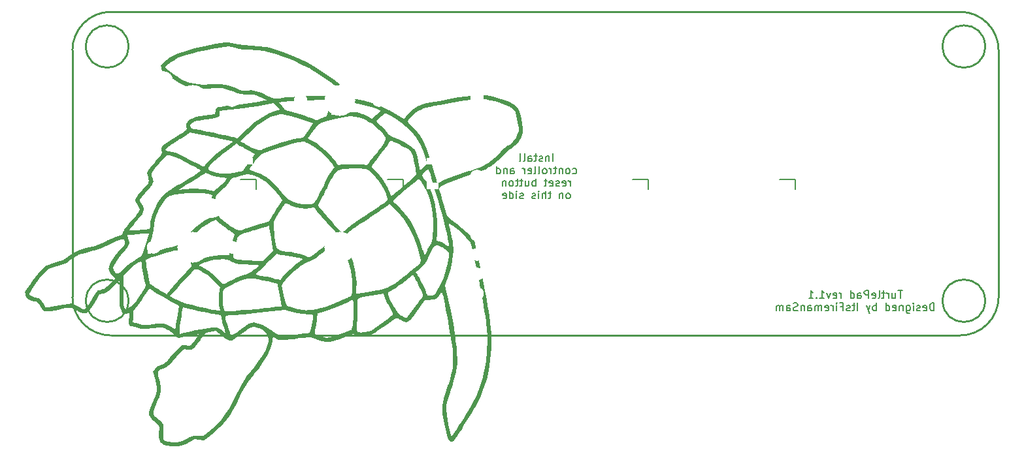
<source format=gbr>
%TF.GenerationSoftware,KiCad,Pcbnew,(6.0.0)*%
%TF.CreationDate,2022-03-13T18:47:54+01:00*%
%TF.ProjectId,TurtlePad,54757274-6c65-4506-9164-2e6b69636164,rev?*%
%TF.SameCoordinates,Original*%
%TF.FileFunction,Legend,Bot*%
%TF.FilePolarity,Positive*%
%FSLAX46Y46*%
G04 Gerber Fmt 4.6, Leading zero omitted, Abs format (unit mm)*
G04 Created by KiCad (PCBNEW (6.0.0)) date 2022-03-13 18:47:54*
%MOMM*%
%LPD*%
G01*
G04 APERTURE LIST*
%TA.AperFunction,Profile*%
%ADD10C,0.250000*%
%TD*%
%ADD11C,0.200000*%
%ADD12C,0.150000*%
%ADD13R,1.752600X1.752600*%
%ADD14C,1.752600*%
%ADD15C,1.750000*%
%ADD16C,4.000000*%
%ADD17C,2.500000*%
%ADD18O,1.600000X2.000000*%
%ADD19C,2.100000*%
%ADD20R,1.501140X0.899160*%
G04 APERTURE END LIST*
D10*
X98598750Y-79243439D02*
G75*
G03*
X93598750Y-84243439I0J-5000000D01*
G01*
X208598750Y-79243439D02*
X98598750Y-79243439D01*
X98598750Y-121243439D02*
X208598750Y-121243439D01*
X208598750Y-121243439D02*
G75*
G03*
X213598750Y-116243439I0J5000000D01*
G01*
X213598750Y-84243439D02*
G75*
G03*
X208598750Y-79243439I-5000000J0D01*
G01*
X100848750Y-116743439D02*
G75*
G03*
X100848750Y-116743439I-2750000J0D01*
G01*
X211848750Y-83743439D02*
G75*
G03*
X211848750Y-83743439I-2750000J0D01*
G01*
X211848750Y-116743439D02*
G75*
G03*
X211848750Y-116743439I-2750000J0D01*
G01*
X93598750Y-116243439D02*
G75*
G03*
X98598750Y-121243439I5000000J0D01*
G01*
X93598750Y-84243439D02*
X93598750Y-116243439D01*
X100848750Y-83743439D02*
G75*
G03*
X100848750Y-83743439I-2750000J0D01*
G01*
X213598750Y-116243439D02*
X213598750Y-84243439D01*
D11*
X201137797Y-115420819D02*
X200566369Y-115420819D01*
X200852083Y-116420819D02*
X200852083Y-115420819D01*
X199804464Y-115754153D02*
X199804464Y-116420819D01*
X200233035Y-115754153D02*
X200233035Y-116277962D01*
X200185416Y-116373200D01*
X200090178Y-116420819D01*
X199947321Y-116420819D01*
X199852083Y-116373200D01*
X199804464Y-116325581D01*
X199328273Y-116420819D02*
X199328273Y-115754153D01*
X199328273Y-115944629D02*
X199280654Y-115849391D01*
X199233035Y-115801772D01*
X199137797Y-115754153D01*
X199042559Y-115754153D01*
X198852083Y-115754153D02*
X198471130Y-115754153D01*
X198709226Y-115420819D02*
X198709226Y-116277962D01*
X198661607Y-116373200D01*
X198566369Y-116420819D01*
X198471130Y-116420819D01*
X197994940Y-116420819D02*
X198090178Y-116373200D01*
X198137797Y-116277962D01*
X198137797Y-115420819D01*
X197233035Y-116373200D02*
X197328273Y-116420819D01*
X197518750Y-116420819D01*
X197613988Y-116373200D01*
X197661607Y-116277962D01*
X197661607Y-115897010D01*
X197613988Y-115801772D01*
X197518750Y-115754153D01*
X197328273Y-115754153D01*
X197233035Y-115801772D01*
X197185416Y-115897010D01*
X197185416Y-115992248D01*
X197661607Y-116087486D01*
X196756845Y-116420819D02*
X196756845Y-115420819D01*
X196375892Y-115420819D01*
X196280654Y-115468439D01*
X196233035Y-115516058D01*
X196185416Y-115611296D01*
X196185416Y-115754153D01*
X196233035Y-115849391D01*
X196280654Y-115897010D01*
X196375892Y-115944629D01*
X196756845Y-115944629D01*
X195328273Y-116420819D02*
X195328273Y-115897010D01*
X195375892Y-115801772D01*
X195471130Y-115754153D01*
X195661607Y-115754153D01*
X195756845Y-115801772D01*
X195328273Y-116373200D02*
X195423511Y-116420819D01*
X195661607Y-116420819D01*
X195756845Y-116373200D01*
X195804464Y-116277962D01*
X195804464Y-116182724D01*
X195756845Y-116087486D01*
X195661607Y-116039867D01*
X195423511Y-116039867D01*
X195328273Y-115992248D01*
X194423511Y-116420819D02*
X194423511Y-115420819D01*
X194423511Y-116373200D02*
X194518750Y-116420819D01*
X194709226Y-116420819D01*
X194804464Y-116373200D01*
X194852083Y-116325581D01*
X194899702Y-116230343D01*
X194899702Y-115944629D01*
X194852083Y-115849391D01*
X194804464Y-115801772D01*
X194709226Y-115754153D01*
X194518750Y-115754153D01*
X194423511Y-115801772D01*
X193185416Y-116420819D02*
X193185416Y-115754153D01*
X193185416Y-115944629D02*
X193137797Y-115849391D01*
X193090178Y-115801772D01*
X192994940Y-115754153D01*
X192899702Y-115754153D01*
X192185416Y-116373200D02*
X192280654Y-116420819D01*
X192471130Y-116420819D01*
X192566369Y-116373200D01*
X192613988Y-116277962D01*
X192613988Y-115897010D01*
X192566369Y-115801772D01*
X192471130Y-115754153D01*
X192280654Y-115754153D01*
X192185416Y-115801772D01*
X192137797Y-115897010D01*
X192137797Y-115992248D01*
X192613988Y-116087486D01*
X191804464Y-115754153D02*
X191566369Y-116420819D01*
X191328273Y-115754153D01*
X190423511Y-116420819D02*
X190994940Y-116420819D01*
X190709226Y-116420819D02*
X190709226Y-115420819D01*
X190804464Y-115563677D01*
X190899702Y-115658915D01*
X190994940Y-115706534D01*
X189994940Y-116325581D02*
X189947321Y-116373200D01*
X189994940Y-116420819D01*
X190042559Y-116373200D01*
X189994940Y-116325581D01*
X189994940Y-116420819D01*
X188994940Y-116420819D02*
X189566369Y-116420819D01*
X189280654Y-116420819D02*
X189280654Y-115420819D01*
X189375892Y-115563677D01*
X189471130Y-115658915D01*
X189566369Y-115706534D01*
X205233035Y-118030819D02*
X205233035Y-117030819D01*
X204994940Y-117030819D01*
X204852083Y-117078439D01*
X204756845Y-117173677D01*
X204709226Y-117268915D01*
X204661607Y-117459391D01*
X204661607Y-117602248D01*
X204709226Y-117792724D01*
X204756845Y-117887962D01*
X204852083Y-117983200D01*
X204994940Y-118030819D01*
X205233035Y-118030819D01*
X203852083Y-117983200D02*
X203947321Y-118030819D01*
X204137797Y-118030819D01*
X204233035Y-117983200D01*
X204280654Y-117887962D01*
X204280654Y-117507010D01*
X204233035Y-117411772D01*
X204137797Y-117364153D01*
X203947321Y-117364153D01*
X203852083Y-117411772D01*
X203804464Y-117507010D01*
X203804464Y-117602248D01*
X204280654Y-117697486D01*
X203423511Y-117983200D02*
X203328273Y-118030819D01*
X203137797Y-118030819D01*
X203042559Y-117983200D01*
X202994940Y-117887962D01*
X202994940Y-117840343D01*
X203042559Y-117745105D01*
X203137797Y-117697486D01*
X203280654Y-117697486D01*
X203375892Y-117649867D01*
X203423511Y-117554629D01*
X203423511Y-117507010D01*
X203375892Y-117411772D01*
X203280654Y-117364153D01*
X203137797Y-117364153D01*
X203042559Y-117411772D01*
X202566369Y-118030819D02*
X202566369Y-117364153D01*
X202566369Y-117030819D02*
X202613988Y-117078439D01*
X202566369Y-117126058D01*
X202518750Y-117078439D01*
X202566369Y-117030819D01*
X202566369Y-117126058D01*
X201661607Y-117364153D02*
X201661607Y-118173677D01*
X201709226Y-118268915D01*
X201756845Y-118316534D01*
X201852083Y-118364153D01*
X201994940Y-118364153D01*
X202090178Y-118316534D01*
X201661607Y-117983200D02*
X201756845Y-118030819D01*
X201947321Y-118030819D01*
X202042559Y-117983200D01*
X202090178Y-117935581D01*
X202137797Y-117840343D01*
X202137797Y-117554629D01*
X202090178Y-117459391D01*
X202042559Y-117411772D01*
X201947321Y-117364153D01*
X201756845Y-117364153D01*
X201661607Y-117411772D01*
X201185416Y-117364153D02*
X201185416Y-118030819D01*
X201185416Y-117459391D02*
X201137797Y-117411772D01*
X201042559Y-117364153D01*
X200899702Y-117364153D01*
X200804464Y-117411772D01*
X200756845Y-117507010D01*
X200756845Y-118030819D01*
X199899702Y-117983200D02*
X199994940Y-118030819D01*
X200185416Y-118030819D01*
X200280654Y-117983200D01*
X200328273Y-117887962D01*
X200328273Y-117507010D01*
X200280654Y-117411772D01*
X200185416Y-117364153D01*
X199994940Y-117364153D01*
X199899702Y-117411772D01*
X199852083Y-117507010D01*
X199852083Y-117602248D01*
X200328273Y-117697486D01*
X198994940Y-118030819D02*
X198994940Y-117030819D01*
X198994940Y-117983200D02*
X199090178Y-118030819D01*
X199280654Y-118030819D01*
X199375892Y-117983200D01*
X199423511Y-117935581D01*
X199471130Y-117840343D01*
X199471130Y-117554629D01*
X199423511Y-117459391D01*
X199375892Y-117411772D01*
X199280654Y-117364153D01*
X199090178Y-117364153D01*
X198994940Y-117411772D01*
X197756845Y-118030819D02*
X197756845Y-117030819D01*
X197756845Y-117411772D02*
X197661607Y-117364153D01*
X197471130Y-117364153D01*
X197375892Y-117411772D01*
X197328273Y-117459391D01*
X197280654Y-117554629D01*
X197280654Y-117840343D01*
X197328273Y-117935581D01*
X197375892Y-117983200D01*
X197471130Y-118030819D01*
X197661607Y-118030819D01*
X197756845Y-117983200D01*
X196947321Y-117364153D02*
X196709226Y-118030819D01*
X196471130Y-117364153D02*
X196709226Y-118030819D01*
X196804464Y-118268915D01*
X196852083Y-118316534D01*
X196947321Y-118364153D01*
X195328273Y-118030819D02*
X195328273Y-117030819D01*
X194994940Y-117364153D02*
X194613988Y-117364153D01*
X194852083Y-117030819D02*
X194852083Y-117887962D01*
X194804464Y-117983200D01*
X194709226Y-118030819D01*
X194613988Y-118030819D01*
X194328273Y-117983200D02*
X194233035Y-118030819D01*
X194042559Y-118030819D01*
X193947321Y-117983200D01*
X193899702Y-117887962D01*
X193899702Y-117840343D01*
X193947321Y-117745105D01*
X194042559Y-117697486D01*
X194185416Y-117697486D01*
X194280654Y-117649867D01*
X194328273Y-117554629D01*
X194328273Y-117507010D01*
X194280654Y-117411772D01*
X194185416Y-117364153D01*
X194042559Y-117364153D01*
X193947321Y-117411772D01*
X193137797Y-117507010D02*
X193471130Y-117507010D01*
X193471130Y-118030819D02*
X193471130Y-117030819D01*
X192994940Y-117030819D01*
X192613988Y-118030819D02*
X192613988Y-117364153D01*
X192613988Y-117030819D02*
X192661607Y-117078439D01*
X192613988Y-117126058D01*
X192566369Y-117078439D01*
X192613988Y-117030819D01*
X192613988Y-117126058D01*
X192137797Y-118030819D02*
X192137797Y-117364153D01*
X192137797Y-117554629D02*
X192090178Y-117459391D01*
X192042559Y-117411772D01*
X191947321Y-117364153D01*
X191852083Y-117364153D01*
X191137797Y-117983200D02*
X191233035Y-118030819D01*
X191423511Y-118030819D01*
X191518750Y-117983200D01*
X191566369Y-117887962D01*
X191566369Y-117507010D01*
X191518750Y-117411772D01*
X191423511Y-117364153D01*
X191233035Y-117364153D01*
X191137797Y-117411772D01*
X191090178Y-117507010D01*
X191090178Y-117602248D01*
X191566369Y-117697486D01*
X190661607Y-118030819D02*
X190661607Y-117364153D01*
X190661607Y-117459391D02*
X190613988Y-117411772D01*
X190518750Y-117364153D01*
X190375892Y-117364153D01*
X190280654Y-117411772D01*
X190233035Y-117507010D01*
X190233035Y-118030819D01*
X190233035Y-117507010D02*
X190185416Y-117411772D01*
X190090178Y-117364153D01*
X189947321Y-117364153D01*
X189852083Y-117411772D01*
X189804464Y-117507010D01*
X189804464Y-118030819D01*
X188899702Y-118030819D02*
X188899702Y-117507010D01*
X188947321Y-117411772D01*
X189042559Y-117364153D01*
X189233035Y-117364153D01*
X189328273Y-117411772D01*
X188899702Y-117983200D02*
X188994940Y-118030819D01*
X189233035Y-118030819D01*
X189328273Y-117983200D01*
X189375892Y-117887962D01*
X189375892Y-117792724D01*
X189328273Y-117697486D01*
X189233035Y-117649867D01*
X188994940Y-117649867D01*
X188899702Y-117602248D01*
X188423511Y-117364153D02*
X188423511Y-118030819D01*
X188423511Y-117459391D02*
X188375892Y-117411772D01*
X188280654Y-117364153D01*
X188137797Y-117364153D01*
X188042559Y-117411772D01*
X187994940Y-117507010D01*
X187994940Y-118030819D01*
X187566369Y-117983200D02*
X187423511Y-118030819D01*
X187185416Y-118030819D01*
X187090178Y-117983200D01*
X187042559Y-117935581D01*
X186994940Y-117840343D01*
X186994940Y-117745105D01*
X187042559Y-117649867D01*
X187090178Y-117602248D01*
X187185416Y-117554629D01*
X187375892Y-117507010D01*
X187471130Y-117459391D01*
X187518750Y-117411772D01*
X187566369Y-117316534D01*
X187566369Y-117221296D01*
X187518750Y-117126058D01*
X187471130Y-117078439D01*
X187375892Y-117030819D01*
X187137797Y-117030819D01*
X186994940Y-117078439D01*
X186137797Y-118030819D02*
X186137797Y-117507010D01*
X186185416Y-117411772D01*
X186280654Y-117364153D01*
X186471130Y-117364153D01*
X186566369Y-117411772D01*
X186137797Y-117983200D02*
X186233035Y-118030819D01*
X186471130Y-118030819D01*
X186566369Y-117983200D01*
X186613988Y-117887962D01*
X186613988Y-117792724D01*
X186566369Y-117697486D01*
X186471130Y-117649867D01*
X186233035Y-117649867D01*
X186137797Y-117602248D01*
X185661607Y-118030819D02*
X185661607Y-117364153D01*
X185661607Y-117459391D02*
X185613988Y-117411772D01*
X185518750Y-117364153D01*
X185375892Y-117364153D01*
X185280654Y-117411772D01*
X185233035Y-117507010D01*
X185233035Y-118030819D01*
X185233035Y-117507010D02*
X185185416Y-117411772D01*
X185090178Y-117364153D01*
X184947321Y-117364153D01*
X184852083Y-117411772D01*
X184804464Y-117507010D01*
X184804464Y-118030819D01*
D12*
X155827797Y-98650819D02*
X155827797Y-97650819D01*
X155351607Y-97984153D02*
X155351607Y-98650819D01*
X155351607Y-98079391D02*
X155303988Y-98031772D01*
X155208750Y-97984153D01*
X155065892Y-97984153D01*
X154970654Y-98031772D01*
X154923035Y-98127010D01*
X154923035Y-98650819D01*
X154494464Y-98603200D02*
X154399226Y-98650819D01*
X154208750Y-98650819D01*
X154113511Y-98603200D01*
X154065892Y-98507962D01*
X154065892Y-98460343D01*
X154113511Y-98365105D01*
X154208750Y-98317486D01*
X154351607Y-98317486D01*
X154446845Y-98269867D01*
X154494464Y-98174629D01*
X154494464Y-98127010D01*
X154446845Y-98031772D01*
X154351607Y-97984153D01*
X154208750Y-97984153D01*
X154113511Y-98031772D01*
X153780178Y-97984153D02*
X153399226Y-97984153D01*
X153637321Y-97650819D02*
X153637321Y-98507962D01*
X153589702Y-98603200D01*
X153494464Y-98650819D01*
X153399226Y-98650819D01*
X152637321Y-98650819D02*
X152637321Y-98127010D01*
X152684940Y-98031772D01*
X152780178Y-97984153D01*
X152970654Y-97984153D01*
X153065892Y-98031772D01*
X152637321Y-98603200D02*
X152732559Y-98650819D01*
X152970654Y-98650819D01*
X153065892Y-98603200D01*
X153113511Y-98507962D01*
X153113511Y-98412724D01*
X153065892Y-98317486D01*
X152970654Y-98269867D01*
X152732559Y-98269867D01*
X152637321Y-98222248D01*
X152018273Y-98650819D02*
X152113511Y-98603200D01*
X152161130Y-98507962D01*
X152161130Y-97650819D01*
X151494464Y-98650819D02*
X151589702Y-98603200D01*
X151637321Y-98507962D01*
X151637321Y-97650819D01*
X158423035Y-100213200D02*
X158518273Y-100260819D01*
X158708750Y-100260819D01*
X158803988Y-100213200D01*
X158851607Y-100165581D01*
X158899226Y-100070343D01*
X158899226Y-99784629D01*
X158851607Y-99689391D01*
X158803988Y-99641772D01*
X158708750Y-99594153D01*
X158518273Y-99594153D01*
X158423035Y-99641772D01*
X157851607Y-100260819D02*
X157946845Y-100213200D01*
X157994464Y-100165581D01*
X158042083Y-100070343D01*
X158042083Y-99784629D01*
X157994464Y-99689391D01*
X157946845Y-99641772D01*
X157851607Y-99594153D01*
X157708750Y-99594153D01*
X157613511Y-99641772D01*
X157565892Y-99689391D01*
X157518273Y-99784629D01*
X157518273Y-100070343D01*
X157565892Y-100165581D01*
X157613511Y-100213200D01*
X157708750Y-100260819D01*
X157851607Y-100260819D01*
X157089702Y-99594153D02*
X157089702Y-100260819D01*
X157089702Y-99689391D02*
X157042083Y-99641772D01*
X156946845Y-99594153D01*
X156803988Y-99594153D01*
X156708750Y-99641772D01*
X156661130Y-99737010D01*
X156661130Y-100260819D01*
X156327797Y-99594153D02*
X155946845Y-99594153D01*
X156184940Y-99260819D02*
X156184940Y-100117962D01*
X156137321Y-100213200D01*
X156042083Y-100260819D01*
X155946845Y-100260819D01*
X155613511Y-100260819D02*
X155613511Y-99594153D01*
X155613511Y-99784629D02*
X155565892Y-99689391D01*
X155518273Y-99641772D01*
X155423035Y-99594153D01*
X155327797Y-99594153D01*
X154851607Y-100260819D02*
X154946845Y-100213200D01*
X154994464Y-100165581D01*
X155042083Y-100070343D01*
X155042083Y-99784629D01*
X154994464Y-99689391D01*
X154946845Y-99641772D01*
X154851607Y-99594153D01*
X154708750Y-99594153D01*
X154613511Y-99641772D01*
X154565892Y-99689391D01*
X154518273Y-99784629D01*
X154518273Y-100070343D01*
X154565892Y-100165581D01*
X154613511Y-100213200D01*
X154708750Y-100260819D01*
X154851607Y-100260819D01*
X153946845Y-100260819D02*
X154042083Y-100213200D01*
X154089702Y-100117962D01*
X154089702Y-99260819D01*
X153423035Y-100260819D02*
X153518273Y-100213200D01*
X153565892Y-100117962D01*
X153565892Y-99260819D01*
X152661130Y-100213200D02*
X152756369Y-100260819D01*
X152946845Y-100260819D01*
X153042083Y-100213200D01*
X153089702Y-100117962D01*
X153089702Y-99737010D01*
X153042083Y-99641772D01*
X152946845Y-99594153D01*
X152756369Y-99594153D01*
X152661130Y-99641772D01*
X152613511Y-99737010D01*
X152613511Y-99832248D01*
X153089702Y-99927486D01*
X152184940Y-100260819D02*
X152184940Y-99594153D01*
X152184940Y-99784629D02*
X152137321Y-99689391D01*
X152089702Y-99641772D01*
X151994464Y-99594153D01*
X151899226Y-99594153D01*
X150375416Y-100260819D02*
X150375416Y-99737010D01*
X150423035Y-99641772D01*
X150518273Y-99594153D01*
X150708750Y-99594153D01*
X150803988Y-99641772D01*
X150375416Y-100213200D02*
X150470654Y-100260819D01*
X150708750Y-100260819D01*
X150803988Y-100213200D01*
X150851607Y-100117962D01*
X150851607Y-100022724D01*
X150803988Y-99927486D01*
X150708750Y-99879867D01*
X150470654Y-99879867D01*
X150375416Y-99832248D01*
X149899226Y-99594153D02*
X149899226Y-100260819D01*
X149899226Y-99689391D02*
X149851607Y-99641772D01*
X149756369Y-99594153D01*
X149613511Y-99594153D01*
X149518273Y-99641772D01*
X149470654Y-99737010D01*
X149470654Y-100260819D01*
X148565892Y-100260819D02*
X148565892Y-99260819D01*
X148565892Y-100213200D02*
X148661130Y-100260819D01*
X148851607Y-100260819D01*
X148946845Y-100213200D01*
X148994464Y-100165581D01*
X149042083Y-100070343D01*
X149042083Y-99784629D01*
X148994464Y-99689391D01*
X148946845Y-99641772D01*
X148851607Y-99594153D01*
X148661130Y-99594153D01*
X148565892Y-99641772D01*
X158089702Y-101870819D02*
X158089702Y-101204153D01*
X158089702Y-101394629D02*
X158042083Y-101299391D01*
X157994464Y-101251772D01*
X157899226Y-101204153D01*
X157803988Y-101204153D01*
X157089702Y-101823200D02*
X157184940Y-101870819D01*
X157375416Y-101870819D01*
X157470654Y-101823200D01*
X157518273Y-101727962D01*
X157518273Y-101347010D01*
X157470654Y-101251772D01*
X157375416Y-101204153D01*
X157184940Y-101204153D01*
X157089702Y-101251772D01*
X157042083Y-101347010D01*
X157042083Y-101442248D01*
X157518273Y-101537486D01*
X156661130Y-101823200D02*
X156565892Y-101870819D01*
X156375416Y-101870819D01*
X156280178Y-101823200D01*
X156232559Y-101727962D01*
X156232559Y-101680343D01*
X156280178Y-101585105D01*
X156375416Y-101537486D01*
X156518273Y-101537486D01*
X156613511Y-101489867D01*
X156661130Y-101394629D01*
X156661130Y-101347010D01*
X156613511Y-101251772D01*
X156518273Y-101204153D01*
X156375416Y-101204153D01*
X156280178Y-101251772D01*
X155423035Y-101823200D02*
X155518273Y-101870819D01*
X155708750Y-101870819D01*
X155803988Y-101823200D01*
X155851607Y-101727962D01*
X155851607Y-101347010D01*
X155803988Y-101251772D01*
X155708750Y-101204153D01*
X155518273Y-101204153D01*
X155423035Y-101251772D01*
X155375416Y-101347010D01*
X155375416Y-101442248D01*
X155851607Y-101537486D01*
X155089702Y-101204153D02*
X154708750Y-101204153D01*
X154946845Y-100870819D02*
X154946845Y-101727962D01*
X154899226Y-101823200D01*
X154803988Y-101870819D01*
X154708750Y-101870819D01*
X153613511Y-101870819D02*
X153613511Y-100870819D01*
X153613511Y-101251772D02*
X153518273Y-101204153D01*
X153327797Y-101204153D01*
X153232559Y-101251772D01*
X153184940Y-101299391D01*
X153137321Y-101394629D01*
X153137321Y-101680343D01*
X153184940Y-101775581D01*
X153232559Y-101823200D01*
X153327797Y-101870819D01*
X153518273Y-101870819D01*
X153613511Y-101823200D01*
X152280178Y-101204153D02*
X152280178Y-101870819D01*
X152708750Y-101204153D02*
X152708750Y-101727962D01*
X152661130Y-101823200D01*
X152565892Y-101870819D01*
X152423035Y-101870819D01*
X152327797Y-101823200D01*
X152280178Y-101775581D01*
X151946845Y-101204153D02*
X151565892Y-101204153D01*
X151803988Y-100870819D02*
X151803988Y-101727962D01*
X151756369Y-101823200D01*
X151661130Y-101870819D01*
X151565892Y-101870819D01*
X151375416Y-101204153D02*
X150994464Y-101204153D01*
X151232559Y-100870819D02*
X151232559Y-101727962D01*
X151184940Y-101823200D01*
X151089702Y-101870819D01*
X150994464Y-101870819D01*
X150518273Y-101870819D02*
X150613511Y-101823200D01*
X150661130Y-101775581D01*
X150708750Y-101680343D01*
X150708750Y-101394629D01*
X150661130Y-101299391D01*
X150613511Y-101251772D01*
X150518273Y-101204153D01*
X150375416Y-101204153D01*
X150280178Y-101251772D01*
X150232559Y-101299391D01*
X150184940Y-101394629D01*
X150184940Y-101680343D01*
X150232559Y-101775581D01*
X150280178Y-101823200D01*
X150375416Y-101870819D01*
X150518273Y-101870819D01*
X149756369Y-101204153D02*
X149756369Y-101870819D01*
X149756369Y-101299391D02*
X149708750Y-101251772D01*
X149613511Y-101204153D01*
X149470654Y-101204153D01*
X149375416Y-101251772D01*
X149327797Y-101347010D01*
X149327797Y-101870819D01*
X157899226Y-103480819D02*
X157994464Y-103433200D01*
X158042083Y-103385581D01*
X158089702Y-103290343D01*
X158089702Y-103004629D01*
X158042083Y-102909391D01*
X157994464Y-102861772D01*
X157899226Y-102814153D01*
X157756369Y-102814153D01*
X157661130Y-102861772D01*
X157613511Y-102909391D01*
X157565892Y-103004629D01*
X157565892Y-103290343D01*
X157613511Y-103385581D01*
X157661130Y-103433200D01*
X157756369Y-103480819D01*
X157899226Y-103480819D01*
X157137321Y-102814153D02*
X157137321Y-103480819D01*
X157137321Y-102909391D02*
X157089702Y-102861772D01*
X156994464Y-102814153D01*
X156851607Y-102814153D01*
X156756369Y-102861772D01*
X156708750Y-102957010D01*
X156708750Y-103480819D01*
X155613511Y-102814153D02*
X155232559Y-102814153D01*
X155470654Y-102480819D02*
X155470654Y-103337962D01*
X155423035Y-103433200D01*
X155327797Y-103480819D01*
X155232559Y-103480819D01*
X154899226Y-103480819D02*
X154899226Y-102480819D01*
X154470654Y-103480819D02*
X154470654Y-102957010D01*
X154518273Y-102861772D01*
X154613511Y-102814153D01*
X154756369Y-102814153D01*
X154851607Y-102861772D01*
X154899226Y-102909391D01*
X153994464Y-103480819D02*
X153994464Y-102814153D01*
X153994464Y-102480819D02*
X154042083Y-102528439D01*
X153994464Y-102576058D01*
X153946845Y-102528439D01*
X153994464Y-102480819D01*
X153994464Y-102576058D01*
X153565892Y-103433200D02*
X153470654Y-103480819D01*
X153280178Y-103480819D01*
X153184940Y-103433200D01*
X153137321Y-103337962D01*
X153137321Y-103290343D01*
X153184940Y-103195105D01*
X153280178Y-103147486D01*
X153423035Y-103147486D01*
X153518273Y-103099867D01*
X153565892Y-103004629D01*
X153565892Y-102957010D01*
X153518273Y-102861772D01*
X153423035Y-102814153D01*
X153280178Y-102814153D01*
X153184940Y-102861772D01*
X151994464Y-103433200D02*
X151899226Y-103480819D01*
X151708750Y-103480819D01*
X151613511Y-103433200D01*
X151565892Y-103337962D01*
X151565892Y-103290343D01*
X151613511Y-103195105D01*
X151708750Y-103147486D01*
X151851607Y-103147486D01*
X151946845Y-103099867D01*
X151994464Y-103004629D01*
X151994464Y-102957010D01*
X151946845Y-102861772D01*
X151851607Y-102814153D01*
X151708750Y-102814153D01*
X151613511Y-102861772D01*
X151137321Y-103480819D02*
X151137321Y-102814153D01*
X151137321Y-102480819D02*
X151184940Y-102528439D01*
X151137321Y-102576058D01*
X151089702Y-102528439D01*
X151137321Y-102480819D01*
X151137321Y-102576058D01*
X150232559Y-103480819D02*
X150232559Y-102480819D01*
X150232559Y-103433200D02*
X150327797Y-103480819D01*
X150518273Y-103480819D01*
X150613511Y-103433200D01*
X150661130Y-103385581D01*
X150708750Y-103290343D01*
X150708750Y-103004629D01*
X150661130Y-102909391D01*
X150613511Y-102861772D01*
X150518273Y-102814153D01*
X150327797Y-102814153D01*
X150232559Y-102861772D01*
X149375416Y-103433200D02*
X149470654Y-103480819D01*
X149661130Y-103480819D01*
X149756369Y-103433200D01*
X149803988Y-103337962D01*
X149803988Y-102957010D01*
X149756369Y-102861772D01*
X149661130Y-102814153D01*
X149470654Y-102814153D01*
X149375416Y-102861772D01*
X149327797Y-102957010D01*
X149327797Y-103052248D01*
X149803988Y-103147486D01*
D11*
%TO.C,RGB4*%
X187257811Y-102270439D02*
X187257811Y-101000439D01*
X187257811Y-101000439D02*
X185225811Y-101000439D01*
%TO.C,RGB3*%
X168207811Y-102270439D02*
X168207811Y-101000439D01*
X168207811Y-101000439D02*
X166175811Y-101000439D01*
%TO.C,RGB2*%
X136457811Y-101000439D02*
X134425811Y-101000439D01*
X136457811Y-102270439D02*
X136457811Y-101000439D01*
%TO.C,G\u002A\u002A\u002A*%
G36*
X113793911Y-83237126D02*
G01*
X114251741Y-83292946D01*
X114729221Y-83396340D01*
X115133356Y-83484146D01*
X115906053Y-83589953D01*
X116824647Y-83648522D01*
X116951818Y-83653605D01*
X117471705Y-83683978D01*
X117978174Y-83726970D01*
X118418879Y-83777600D01*
X118741474Y-83830886D01*
X119147301Y-83928876D01*
X119873451Y-84140712D01*
X120681426Y-84411403D01*
X121531018Y-84725236D01*
X122382021Y-85066498D01*
X123194230Y-85419473D01*
X123927436Y-85768448D01*
X124541436Y-86097711D01*
X124959785Y-86350786D01*
X125442550Y-86659491D01*
X125962925Y-87005059D01*
X126494950Y-87369214D01*
X127012667Y-87733681D01*
X127490115Y-88080184D01*
X127901335Y-88390446D01*
X128220366Y-88646193D01*
X128421252Y-88829148D01*
X128560422Y-88983491D01*
X128775138Y-89275106D01*
X128953120Y-89614412D01*
X129128745Y-90061282D01*
X129173505Y-90175346D01*
X129179180Y-90183724D01*
X129246530Y-90283145D01*
X129369614Y-90355285D01*
X129492811Y-90388315D01*
X129582234Y-90412291D01*
X129923866Y-90474687D01*
X130023082Y-90491917D01*
X131311371Y-90760098D01*
X132485735Y-91097864D01*
X133591592Y-91522490D01*
X134445055Y-91939268D01*
X134674361Y-92051246D01*
X135779462Y-92701403D01*
X136499576Y-93157513D01*
X136768195Y-92832564D01*
X136890523Y-92691638D01*
X137337461Y-92250562D01*
X137843611Y-91835045D01*
X138336779Y-91506141D01*
X138440790Y-91449146D01*
X138570980Y-91387942D01*
X138725606Y-91329700D01*
X138922579Y-91270253D01*
X139179817Y-91205435D01*
X139515230Y-91131082D01*
X139946733Y-91043025D01*
X140492239Y-90937102D01*
X141169661Y-90809146D01*
X141996914Y-90654990D01*
X142746736Y-90517455D01*
X143682127Y-90351821D01*
X144476203Y-90218904D01*
X145122676Y-90119703D01*
X145615255Y-90055219D01*
X145947655Y-90026452D01*
X146311863Y-90021403D01*
X147188158Y-90087463D01*
X148142266Y-90264521D01*
X149196642Y-90556238D01*
X149456584Y-90641804D01*
X150168594Y-90923623D01*
X150733621Y-91227149D01*
X151143892Y-91547693D01*
X151391638Y-91880567D01*
X151411298Y-91922901D01*
X151536808Y-92266056D01*
X151663666Y-92716466D01*
X151780404Y-93220478D01*
X151875557Y-93724440D01*
X151898433Y-93890301D01*
X151937656Y-94174694D01*
X151955235Y-94517590D01*
X151922305Y-94859441D01*
X151738191Y-95499393D01*
X151409381Y-96085634D01*
X150952513Y-96591962D01*
X150384219Y-96992174D01*
X150223008Y-97101410D01*
X149954648Y-97324331D01*
X149646316Y-97611624D01*
X149337676Y-97927828D01*
X149105340Y-98169078D01*
X148756935Y-98504579D01*
X148423327Y-98799617D01*
X148152913Y-99009989D01*
X147760552Y-99277114D01*
X147411189Y-99503242D01*
X147093997Y-99688246D01*
X146776361Y-99847008D01*
X146425663Y-99994406D01*
X146009288Y-100145319D01*
X145494619Y-100314627D01*
X144849041Y-100517212D01*
X144844698Y-100518560D01*
X144139348Y-100746634D01*
X143464082Y-100981800D01*
X142837927Y-101216044D01*
X142279909Y-101441348D01*
X141809053Y-101649694D01*
X141444388Y-101833065D01*
X141204938Y-101983446D01*
X141109731Y-102092819D01*
X141110606Y-102117388D01*
X141144062Y-102284661D01*
X141217391Y-102580054D01*
X141323848Y-102978079D01*
X141456684Y-103453244D01*
X141609156Y-103980058D01*
X142130714Y-105753365D01*
X142824379Y-106296316D01*
X143420818Y-106769110D01*
X144108892Y-107335177D01*
X144664051Y-107820391D01*
X145092715Y-108230661D01*
X145401302Y-108571902D01*
X145596231Y-108850029D01*
X145646022Y-108971763D01*
X145734035Y-109264105D01*
X145845246Y-109691804D01*
X145975858Y-110236561D01*
X146122077Y-110880076D01*
X146280106Y-111604051D01*
X146446152Y-112390185D01*
X146616416Y-113220181D01*
X146787105Y-114075738D01*
X146954423Y-114938558D01*
X147114573Y-115790340D01*
X147263762Y-116612787D01*
X147393321Y-117359519D01*
X147398193Y-117387597D01*
X147514069Y-118096473D01*
X147611599Y-118731625D01*
X147728686Y-119565453D01*
X147813241Y-120293803D01*
X147867281Y-120953320D01*
X147892819Y-121580652D01*
X147891870Y-122212443D01*
X147866448Y-122885340D01*
X147818567Y-123635988D01*
X147741193Y-124490106D01*
X147554352Y-125776273D01*
X147280920Y-126974247D01*
X146908408Y-128126615D01*
X146424331Y-129275964D01*
X145816198Y-130464881D01*
X145626943Y-130800579D01*
X145349970Y-131274386D01*
X145039133Y-131791502D01*
X144707892Y-132330847D01*
X144369703Y-132871334D01*
X144038025Y-133391880D01*
X143726317Y-133871403D01*
X143448036Y-134288818D01*
X143216643Y-134623042D01*
X143045594Y-134852991D01*
X142948349Y-134957580D01*
X142774107Y-135055086D01*
X142656533Y-135065362D01*
X142524177Y-134990006D01*
X142453027Y-134918240D01*
X142309198Y-134660827D01*
X142157137Y-134257056D01*
X142001580Y-133722235D01*
X141847259Y-133071675D01*
X141698908Y-132320685D01*
X141615477Y-131847692D01*
X141547755Y-131407093D01*
X141508090Y-131021099D01*
X141499939Y-130662749D01*
X141526761Y-130305075D01*
X141592014Y-129921115D01*
X141699156Y-129483906D01*
X141851645Y-128966482D01*
X142052939Y-128341881D01*
X142306497Y-127583137D01*
X142340662Y-127481159D01*
X142523692Y-126912811D01*
X142672860Y-126393557D01*
X142788143Y-125903753D01*
X142869517Y-125423750D01*
X142916960Y-124933901D01*
X142930447Y-124414560D01*
X142909957Y-123846081D01*
X142855464Y-123208815D01*
X142766946Y-122483117D01*
X142644380Y-121649339D01*
X142487742Y-120687834D01*
X142297011Y-119578955D01*
X142254830Y-119338584D01*
X142122468Y-118597141D01*
X141995466Y-117904169D01*
X141877691Y-117279598D01*
X141773012Y-116743361D01*
X141685295Y-116315389D01*
X141618408Y-116015614D01*
X141576216Y-115863965D01*
X141449628Y-115549469D01*
X141110559Y-116025987D01*
X141044818Y-116117003D01*
X140866332Y-116334441D01*
X140688119Y-116475223D01*
X140467501Y-116557740D01*
X140161799Y-116600377D01*
X139728334Y-116621524D01*
X139236439Y-116637420D01*
X138458880Y-117766514D01*
X138227399Y-118100387D01*
X137856706Y-118616989D01*
X137550762Y-119005246D01*
X137292876Y-119275686D01*
X137066354Y-119438840D01*
X136854503Y-119505235D01*
X136640631Y-119485403D01*
X136408046Y-119389869D01*
X136140056Y-119229165D01*
X136028485Y-119157946D01*
X135783216Y-119022482D01*
X135615460Y-118977217D01*
X135485178Y-119008669D01*
X135479025Y-119012026D01*
X135345687Y-119098429D01*
X135101923Y-119267218D01*
X134772057Y-119501156D01*
X134380417Y-119783006D01*
X133951328Y-120095531D01*
X133778475Y-120221758D01*
X133269336Y-120585307D01*
X132855957Y-120860444D01*
X132509294Y-121060875D01*
X132200302Y-121200306D01*
X131899938Y-121292441D01*
X131579158Y-121350987D01*
X131208916Y-121389649D01*
X130942245Y-121406831D01*
X130688476Y-121399051D01*
X130505001Y-121346973D01*
X130335589Y-121241026D01*
X130222737Y-121163326D01*
X130074230Y-121099179D01*
X129903436Y-121088450D01*
X129677088Y-121135327D01*
X129361919Y-121243999D01*
X128924660Y-121418652D01*
X128832065Y-121456273D01*
X128393407Y-121627152D01*
X127942753Y-121793236D01*
X127564406Y-121923254D01*
X127373681Y-121980510D01*
X126914806Y-122069743D01*
X126469634Y-122070103D01*
X125987158Y-121978467D01*
X125416375Y-121791711D01*
X125400621Y-121785863D01*
X125055556Y-121665959D01*
X124733131Y-121567144D01*
X124501257Y-121510300D01*
X124329491Y-121504385D01*
X124015223Y-121520738D01*
X123593240Y-121557359D01*
X123094547Y-121611542D01*
X122550151Y-121680581D01*
X122419864Y-121698156D01*
X121799091Y-121776999D01*
X121312510Y-121825925D01*
X120931513Y-121843916D01*
X120627491Y-121829959D01*
X120371833Y-121783038D01*
X120135931Y-121702138D01*
X119891177Y-121586244D01*
X119592408Y-121431813D01*
X119561167Y-121698744D01*
X119532727Y-121941739D01*
X119435541Y-122426499D01*
X119196848Y-123104032D01*
X118838143Y-123843201D01*
X118370455Y-124624125D01*
X117804819Y-125426923D01*
X117152265Y-126231715D01*
X117026516Y-126378740D01*
X116695743Y-126789431D01*
X116395155Y-127207163D01*
X116106250Y-127662265D01*
X115810527Y-128185060D01*
X115489483Y-128805873D01*
X115124615Y-129555028D01*
X115017922Y-129775474D01*
X114768701Y-130270881D01*
X114517847Y-130746689D01*
X114289482Y-131157731D01*
X114107732Y-131458839D01*
X113916888Y-131726859D01*
X113562052Y-132163200D01*
X113129163Y-132648160D01*
X112650302Y-133148514D01*
X112157547Y-133631035D01*
X111682980Y-134062497D01*
X111258679Y-134409673D01*
X110633089Y-134883060D01*
X110032164Y-134804731D01*
X109431238Y-134726404D01*
X108696580Y-135113118D01*
X108408085Y-135256886D01*
X107756432Y-135509201D01*
X107143789Y-135631538D01*
X106531972Y-135633070D01*
X106420061Y-135622420D01*
X105853616Y-135539837D01*
X105432631Y-135415514D01*
X105137853Y-135238583D01*
X104950027Y-134998172D01*
X104849901Y-134683413D01*
X104830967Y-134541217D01*
X104813816Y-134168460D01*
X104831442Y-133808165D01*
X104865284Y-133423503D01*
X104848017Y-133129766D01*
X104754461Y-132900672D01*
X104562474Y-132683596D01*
X104249915Y-132425911D01*
X104109360Y-132314247D01*
X103834268Y-132066099D01*
X103650829Y-131828566D01*
X103556686Y-131574575D01*
X103553237Y-131432149D01*
X104120235Y-131432149D01*
X104209574Y-131644793D01*
X104398607Y-131852655D01*
X104693383Y-132092124D01*
X104746615Y-132133514D01*
X105014122Y-132362239D01*
X105225967Y-132576033D01*
X105340243Y-132733355D01*
X105383004Y-132913767D01*
X105399783Y-133257648D01*
X105378485Y-133714467D01*
X105368526Y-133853478D01*
X105354473Y-134207560D01*
X105358522Y-134496226D01*
X105380560Y-134667418D01*
X105434912Y-134760748D01*
X105663596Y-134912596D01*
X106051236Y-135026228D01*
X106592706Y-135099816D01*
X106622808Y-135102293D01*
X107082037Y-135106437D01*
X107517179Y-135033575D01*
X107978067Y-134870889D01*
X108514539Y-134605561D01*
X108790338Y-134458253D01*
X109054411Y-134331158D01*
X109255822Y-134262923D01*
X109442458Y-134238399D01*
X109662207Y-134242433D01*
X109804247Y-134249652D01*
X110108021Y-134263693D01*
X110335559Y-134272445D01*
X110522676Y-134229054D01*
X110822792Y-134059523D01*
X111216606Y-133759952D01*
X111706917Y-133328184D01*
X112296529Y-132762063D01*
X112906413Y-132118757D01*
X113455325Y-131433265D01*
X113928318Y-130703110D01*
X114367262Y-129869810D01*
X114520320Y-129553114D01*
X114876217Y-128826854D01*
X115181478Y-128224201D01*
X115449823Y-127722043D01*
X115694974Y-127297262D01*
X115930653Y-126926744D01*
X116170579Y-126587376D01*
X116428475Y-126256041D01*
X116718062Y-125909624D01*
X117150396Y-125383562D01*
X117698870Y-124644483D01*
X118171041Y-123920602D01*
X118553100Y-123235225D01*
X118831234Y-122611657D01*
X118991632Y-122073204D01*
X119018733Y-121794390D01*
X118936918Y-121340798D01*
X118704007Y-120929821D01*
X118331842Y-120579496D01*
X117832273Y-120307861D01*
X117746603Y-120273819D01*
X117459382Y-120176339D01*
X117206741Y-120133942D01*
X116960995Y-120155522D01*
X116694462Y-120249976D01*
X116379463Y-120426201D01*
X115988312Y-120693094D01*
X115493327Y-121059550D01*
X115237239Y-121249350D01*
X114861680Y-121515898D01*
X114535946Y-121733249D01*
X114288225Y-121882842D01*
X114146708Y-121946119D01*
X114128473Y-121948676D01*
X113968727Y-121928497D01*
X113752487Y-121832190D01*
X113463043Y-121649363D01*
X113083691Y-121369625D01*
X112597727Y-120982582D01*
X112186464Y-120647317D01*
X110884344Y-120876916D01*
X110200173Y-121781053D01*
X110179782Y-121807982D01*
X109802108Y-122296530D01*
X109499194Y-122658861D01*
X109251324Y-122909318D01*
X109038778Y-123062252D01*
X108841840Y-123132011D01*
X108640792Y-123132943D01*
X108415916Y-123079394D01*
X108406214Y-123076441D01*
X108162287Y-123040171D01*
X107963270Y-123069061D01*
X107946406Y-123078463D01*
X107809013Y-123194442D01*
X107594503Y-123409149D01*
X107328847Y-123695688D01*
X107038021Y-124027163D01*
X106866407Y-124227854D01*
X106536670Y-124609887D01*
X106283628Y-124891975D01*
X106083784Y-125095096D01*
X105913645Y-125240229D01*
X105749714Y-125348354D01*
X105568496Y-125440447D01*
X105346495Y-125537488D01*
X105048686Y-125666862D01*
X104816924Y-125793325D01*
X104693730Y-125930347D01*
X104662579Y-126116560D01*
X104706946Y-126390600D01*
X104810307Y-126791101D01*
X104849722Y-126939434D01*
X104966768Y-127406972D01*
X105042109Y-127796184D01*
X105071949Y-128140574D01*
X105052497Y-128473648D01*
X104979958Y-128828910D01*
X104850538Y-129239863D01*
X104660444Y-129740014D01*
X104405883Y-130362867D01*
X104389879Y-130401581D01*
X104216439Y-130846936D01*
X104124541Y-131178327D01*
X104120235Y-131432149D01*
X103553237Y-131432149D01*
X103549481Y-131277052D01*
X103626859Y-130908924D01*
X103786463Y-130443116D01*
X104025937Y-129852554D01*
X104180870Y-129484229D01*
X104350476Y-129066104D01*
X104463439Y-128738896D01*
X104524101Y-128463171D01*
X104536808Y-128199493D01*
X104505903Y-127908424D01*
X104435729Y-127550530D01*
X104330631Y-127086377D01*
X104058805Y-125895882D01*
X104261540Y-125606349D01*
X104301630Y-125552688D01*
X104560119Y-125319342D01*
X104944474Y-125126227D01*
X105118509Y-125055265D01*
X105345758Y-124949014D01*
X105543999Y-124827313D01*
X105740585Y-124666835D01*
X105962869Y-124444250D01*
X106238205Y-124136232D01*
X106593947Y-123719450D01*
X106665781Y-123635040D01*
X106970213Y-123288054D01*
X107253397Y-122980966D01*
X107486424Y-122744446D01*
X107640385Y-122609168D01*
X107758841Y-122528873D01*
X107905842Y-122464259D01*
X108073158Y-122462943D01*
X108333022Y-122515117D01*
X108572977Y-122560292D01*
X108771677Y-122558030D01*
X108912979Y-122488767D01*
X109021342Y-122387128D01*
X109206169Y-122182291D01*
X109418516Y-121925701D01*
X109630485Y-121653418D01*
X109814176Y-121401499D01*
X109941693Y-121206004D01*
X109985137Y-121102991D01*
X109973264Y-121088751D01*
X109857177Y-121079000D01*
X109609286Y-121109491D01*
X109218723Y-121181839D01*
X108674627Y-121297655D01*
X108192915Y-121399862D01*
X107707383Y-121489269D01*
X107374813Y-121531206D01*
X107200354Y-121524880D01*
X107158384Y-121506355D01*
X106980332Y-121371916D01*
X106799799Y-121173384D01*
X106712286Y-121069448D01*
X106392511Y-120786156D01*
X106063512Y-120570842D01*
X107499340Y-120570842D01*
X107527537Y-121060333D01*
X107804236Y-120958644D01*
X107883103Y-120935306D01*
X108132104Y-120876049D01*
X108505099Y-120795955D01*
X108974757Y-120700648D01*
X109513754Y-120595758D01*
X110094763Y-120486913D01*
X110673678Y-120381756D01*
X111202951Y-120289686D01*
X111605723Y-120226161D01*
X111903747Y-120188494D01*
X112118772Y-120173997D01*
X112272549Y-120179985D01*
X112386828Y-120203770D01*
X112534767Y-120269760D01*
X112795840Y-120433313D01*
X113057200Y-120638940D01*
X113449335Y-120987213D01*
X113336517Y-120660906D01*
X113298365Y-120540522D01*
X113213935Y-120242001D01*
X113114543Y-119863650D01*
X113014533Y-119459014D01*
X112888406Y-118931032D01*
X113413029Y-118931032D01*
X113456871Y-119108143D01*
X113525065Y-119351050D01*
X113588797Y-119586987D01*
X113721892Y-120046175D01*
X113856999Y-120475342D01*
X113982799Y-120840771D01*
X114002025Y-120889759D01*
X114087972Y-121108746D01*
X114161193Y-121245551D01*
X114172605Y-121252987D01*
X114284679Y-121227012D01*
X114503590Y-121102732D01*
X114836598Y-120875622D01*
X115290962Y-120541154D01*
X115459934Y-120415737D01*
X115851054Y-120138418D01*
X116210141Y-119900462D01*
X116503213Y-119723880D01*
X116696291Y-119630689D01*
X116723703Y-119621970D01*
X117145864Y-119578604D01*
X117654058Y-119673076D01*
X118239702Y-119902086D01*
X118894216Y-120262333D01*
X119609018Y-120750520D01*
X119718858Y-120830626D01*
X120100596Y-121074950D01*
X120456142Y-121228021D01*
X120832842Y-121300327D01*
X121278040Y-121302356D01*
X121839079Y-121244600D01*
X122038481Y-121218206D01*
X122567350Y-121148491D01*
X123108083Y-121077534D01*
X123570261Y-121017212D01*
X123972559Y-120964926D01*
X124986052Y-120964926D01*
X125006571Y-121069188D01*
X125035417Y-121084039D01*
X125204022Y-121150217D01*
X125475596Y-121245323D01*
X125807222Y-121354083D01*
X125952617Y-121399640D01*
X126282942Y-121490834D01*
X126539347Y-121529811D01*
X126785117Y-121522572D01*
X127083535Y-121475118D01*
X127263075Y-121434225D01*
X127649780Y-121322523D01*
X128088929Y-121174672D01*
X128515954Y-121011566D01*
X128803960Y-120894699D01*
X129155857Y-120755260D01*
X129436356Y-120647929D01*
X129602466Y-120589408D01*
X129717245Y-120534939D01*
X129779789Y-120450478D01*
X130402902Y-120450478D01*
X130429844Y-120589898D01*
X130498035Y-120685245D01*
X130612482Y-120773755D01*
X130634401Y-120788507D01*
X130760039Y-120845542D01*
X130926349Y-120863203D01*
X131175145Y-120841854D01*
X131548241Y-120781855D01*
X132286518Y-120651677D01*
X133720536Y-119603224D01*
X133797123Y-119547140D01*
X134309526Y-119165643D01*
X134689806Y-118869056D01*
X134947099Y-118649651D01*
X135090547Y-118499696D01*
X135129285Y-118411461D01*
X135105827Y-118345356D01*
X135007054Y-118144669D01*
X134851371Y-117862347D01*
X134659645Y-117537235D01*
X134564681Y-117375500D01*
X134358120Y-116987324D01*
X134185998Y-116616672D01*
X134078203Y-116325815D01*
X133941130Y-115845313D01*
X132396825Y-116073213D01*
X132313732Y-116085484D01*
X131710129Y-116176299D01*
X131253604Y-116251626D01*
X130924759Y-116318919D01*
X130704200Y-116385636D01*
X130579431Y-116455372D01*
X130572531Y-116459229D01*
X130510358Y-116547155D01*
X130498284Y-116656869D01*
X130516916Y-116795828D01*
X130534966Y-116930388D01*
X130559073Y-117300394D01*
X130568509Y-117770870D01*
X130563955Y-118295849D01*
X130546094Y-118829367D01*
X130515612Y-119325457D01*
X130473188Y-119738155D01*
X130452728Y-119890481D01*
X130412199Y-120229750D01*
X130402902Y-120450478D01*
X129779789Y-120450478D01*
X129796351Y-120428113D01*
X129855538Y-120230195D01*
X129912544Y-119901850D01*
X129952225Y-119586741D01*
X129999701Y-118990361D01*
X130026415Y-118332258D01*
X130030106Y-117678545D01*
X130008515Y-117095337D01*
X129973053Y-116562293D01*
X129588547Y-116760291D01*
X129341933Y-116885242D01*
X128556900Y-117258285D01*
X127772858Y-117596527D01*
X127025563Y-117885862D01*
X126350765Y-118112183D01*
X125784219Y-118261381D01*
X125353062Y-118352639D01*
X125340506Y-118532492D01*
X125312722Y-118930489D01*
X125307790Y-118992256D01*
X125260217Y-119380945D01*
X125185204Y-119832029D01*
X125096640Y-120260040D01*
X125062628Y-120413829D01*
X125006137Y-120733901D01*
X124986052Y-120964926D01*
X123972559Y-120964926D01*
X124385729Y-120911227D01*
X124538476Y-120302718D01*
X124618973Y-119948105D01*
X124696296Y-119533666D01*
X124753776Y-119144887D01*
X124784616Y-118828433D01*
X124782016Y-118630969D01*
X124773182Y-118611593D01*
X124651751Y-118550576D01*
X124439278Y-118527887D01*
X124158435Y-118522383D01*
X123504718Y-118462421D01*
X122776011Y-118343691D01*
X122025866Y-118174045D01*
X121156467Y-117948818D01*
X118597394Y-118219845D01*
X118564039Y-118223375D01*
X117847669Y-118297579D01*
X117122930Y-118369913D01*
X116425386Y-118437022D01*
X115790599Y-118495547D01*
X115254132Y-118542134D01*
X114851548Y-118573423D01*
X114810842Y-118576239D01*
X114277523Y-118611264D01*
X113891711Y-118639889D01*
X113632882Y-118674145D01*
X113480509Y-118726066D01*
X113414066Y-118807683D01*
X113413029Y-118931032D01*
X112888406Y-118931032D01*
X112805368Y-118583428D01*
X111838115Y-118433869D01*
X111636570Y-118400669D01*
X111146292Y-118310184D01*
X110574648Y-118195278D01*
X109977161Y-118067297D01*
X109409357Y-117937588D01*
X108992763Y-117839712D01*
X108573979Y-117743543D01*
X108241059Y-117669573D01*
X108020625Y-117623703D01*
X107939301Y-117611832D01*
X107916267Y-117683806D01*
X107859767Y-117932461D01*
X107792893Y-118291381D01*
X107721457Y-118721464D01*
X107651274Y-119183611D01*
X107588158Y-119638722D01*
X107537921Y-120047698D01*
X107506377Y-120371438D01*
X107499340Y-120570842D01*
X106063512Y-120570842D01*
X105999371Y-120528865D01*
X105592699Y-120333377D01*
X105232325Y-120235491D01*
X105227217Y-120234915D01*
X104988806Y-120228615D01*
X104630730Y-120243168D01*
X104200605Y-120275751D01*
X103746054Y-120323544D01*
X103324543Y-120372718D01*
X102980644Y-120403936D01*
X102721875Y-120409069D01*
X102504227Y-120386223D01*
X102283688Y-120333501D01*
X102016251Y-120249005D01*
X101958404Y-120230136D01*
X101649030Y-120137865D01*
X101402398Y-120077981D01*
X101267506Y-120062680D01*
X101127521Y-120033313D01*
X100996914Y-119872349D01*
X100920675Y-119607914D01*
X100918740Y-119500668D01*
X101407843Y-119500668D01*
X102152853Y-119716080D01*
X102433577Y-119795032D01*
X102691720Y-119854567D01*
X102924329Y-119881723D01*
X103179960Y-119878450D01*
X103507167Y-119846698D01*
X103954506Y-119788415D01*
X103968986Y-119786462D01*
X104589273Y-119717926D01*
X105085610Y-119694625D01*
X105438061Y-119717513D01*
X105696169Y-119788923D01*
X106050847Y-119937208D01*
X106390042Y-120123235D01*
X106430573Y-120148718D01*
X106680570Y-120293249D01*
X106863484Y-120377715D01*
X106942164Y-120384536D01*
X106944333Y-120377919D01*
X106965458Y-120237164D01*
X106980111Y-120017459D01*
X106981904Y-119987468D01*
X107008550Y-119763648D01*
X107060816Y-119422679D01*
X107132132Y-119005367D01*
X107215929Y-118552517D01*
X107440851Y-117382401D01*
X107172216Y-117251959D01*
X106845860Y-117087494D01*
X106333032Y-116814241D01*
X105773440Y-116503467D01*
X105216961Y-116183477D01*
X105198402Y-116172386D01*
X106251272Y-116172386D01*
X106852830Y-116492585D01*
X107224248Y-116682250D01*
X107602135Y-116852424D01*
X107996342Y-117001047D01*
X108444741Y-117141009D01*
X108590027Y-117179770D01*
X108985203Y-117285200D01*
X109655601Y-117446508D01*
X109752663Y-117468934D01*
X110303389Y-117590891D01*
X110875045Y-117710057D01*
X111405479Y-117813785D01*
X111832533Y-117889431D01*
X112733088Y-118035157D01*
X112610889Y-117342131D01*
X112541249Y-116775967D01*
X112539269Y-116058071D01*
X113070994Y-116058071D01*
X113075612Y-116586471D01*
X113123502Y-117162123D01*
X113172510Y-117550226D01*
X113215208Y-117806809D01*
X113260700Y-117958467D01*
X113318802Y-118037771D01*
X113399329Y-118077288D01*
X113416214Y-118081524D01*
X113606188Y-118093689D01*
X113946119Y-118087100D01*
X114419617Y-118062966D01*
X115010290Y-118022498D01*
X115701753Y-117966905D01*
X116477612Y-117897400D01*
X117321479Y-117815191D01*
X118216965Y-117721490D01*
X118459869Y-117695320D01*
X119017776Y-117635971D01*
X119523044Y-117583234D01*
X119946469Y-117540103D01*
X120258848Y-117509569D01*
X120430976Y-117494625D01*
X120734055Y-117474421D01*
X120447816Y-115999274D01*
X120209931Y-114773315D01*
X120702500Y-114773315D01*
X120958672Y-115963821D01*
X120988149Y-116099429D01*
X121104869Y-116600584D01*
X121204561Y-116958595D01*
X121293620Y-117194248D01*
X121378441Y-117328334D01*
X121416169Y-117354146D01*
X121474182Y-117393835D01*
X121726594Y-117502111D01*
X122081361Y-117619425D01*
X122499857Y-117735327D01*
X122943451Y-117839371D01*
X123373517Y-117921111D01*
X123751425Y-117970098D01*
X123814029Y-117973914D01*
X124185414Y-117961936D01*
X124663621Y-117907792D01*
X125203147Y-117819673D01*
X125758485Y-117705765D01*
X126284134Y-117574255D01*
X126734584Y-117433332D01*
X127589233Y-117104113D01*
X129124089Y-116397558D01*
X129145325Y-116386754D01*
X129453276Y-116226728D01*
X129642337Y-116109771D01*
X129743967Y-116003743D01*
X129789615Y-115876500D01*
X129810737Y-115695901D01*
X129836488Y-115345333D01*
X129834637Y-114053184D01*
X129676707Y-112817641D01*
X129363570Y-111646595D01*
X129289694Y-111434957D01*
X129152875Y-111053306D01*
X128996245Y-110625210D01*
X128830949Y-110180193D01*
X128668131Y-109747778D01*
X128518933Y-109357493D01*
X128394501Y-109038862D01*
X128305977Y-108821408D01*
X128264506Y-108734658D01*
X128239638Y-108744719D01*
X128105417Y-108838110D01*
X127876474Y-109013370D01*
X127576108Y-109252462D01*
X127227617Y-109537351D01*
X127149521Y-109601901D01*
X126482757Y-110147135D01*
X125924425Y-110590767D01*
X125458254Y-110944315D01*
X125402960Y-110983273D01*
X125067975Y-111219295D01*
X124737323Y-111427228D01*
X124450027Y-111579626D01*
X124189820Y-111688011D01*
X123796889Y-111863265D01*
X123261164Y-112181075D01*
X122697280Y-112584627D01*
X122141919Y-113043256D01*
X121631766Y-113526300D01*
X121203506Y-114003098D01*
X120893821Y-114442985D01*
X120702500Y-114773315D01*
X120209931Y-114773315D01*
X120161578Y-114524126D01*
X119549314Y-114360638D01*
X119489914Y-114344947D01*
X118904441Y-114205203D01*
X118281899Y-114079284D01*
X117672430Y-113975796D01*
X117126176Y-113903342D01*
X116693282Y-113870529D01*
X116343561Y-113875712D01*
X115991744Y-113930935D01*
X115592489Y-114054734D01*
X115401534Y-114127340D01*
X115025804Y-114286432D01*
X114617523Y-114474805D01*
X114208182Y-114676276D01*
X114200211Y-114680450D01*
X113829273Y-114874660D01*
X113512286Y-115053772D01*
X113288713Y-115197430D01*
X113190045Y-115289445D01*
X113186030Y-115299151D01*
X113108262Y-115615955D01*
X113070994Y-116058071D01*
X112539269Y-116058071D01*
X112539086Y-115991589D01*
X112646163Y-115272058D01*
X112726675Y-114940274D01*
X112160392Y-114362390D01*
X111888319Y-114100890D01*
X111464703Y-113737202D01*
X111013921Y-113389559D01*
X110572606Y-113084378D01*
X110177388Y-112848073D01*
X109864900Y-112707059D01*
X109744874Y-112668811D01*
X109572595Y-112634978D01*
X109444177Y-112675482D01*
X109279920Y-112803454D01*
X109228682Y-112847713D01*
X108983379Y-113080132D01*
X108667223Y-113408076D01*
X108271464Y-113841067D01*
X107787348Y-114388631D01*
X107206126Y-115060290D01*
X106251272Y-116172386D01*
X105198402Y-116172386D01*
X104713469Y-115882580D01*
X104312839Y-115629083D01*
X103595088Y-115153505D01*
X102775045Y-116341427D01*
X102581015Y-116619058D01*
X102299518Y-117010061D01*
X102047963Y-117346129D01*
X101848094Y-117598430D01*
X101721655Y-117738133D01*
X101577407Y-117899182D01*
X101512578Y-118087902D01*
X101506465Y-118372384D01*
X101509104Y-118483824D01*
X101498530Y-118838607D01*
X101466232Y-119149259D01*
X101407843Y-119500668D01*
X100918740Y-119500668D01*
X100914676Y-119275420D01*
X100924965Y-119166265D01*
X100952699Y-118844477D01*
X100972079Y-118581511D01*
X100989461Y-118300157D01*
X100638554Y-118412852D01*
X100594161Y-118426901D01*
X100379008Y-118476978D01*
X100238815Y-118447922D01*
X100102427Y-118328544D01*
X100023894Y-118228767D01*
X99856912Y-117871141D01*
X99739047Y-117381717D01*
X99674938Y-116784325D01*
X99669694Y-116158994D01*
X100194711Y-116158994D01*
X100196516Y-116771486D01*
X100234607Y-117247402D01*
X100308480Y-117571641D01*
X100349946Y-117675843D01*
X100428202Y-117800835D01*
X100536588Y-117828914D01*
X100712874Y-117761679D01*
X100994829Y-117600732D01*
X101147697Y-117503629D01*
X101313029Y-117376411D01*
X101478029Y-117215495D01*
X101661075Y-116998861D01*
X101880542Y-116704487D01*
X102154807Y-116310354D01*
X102502248Y-115794443D01*
X102556505Y-115713017D01*
X102812881Y-115319286D01*
X102982783Y-115035664D01*
X103077955Y-114838502D01*
X103110144Y-114704155D01*
X103091098Y-114608973D01*
X103027532Y-114449228D01*
X102926067Y-114103812D01*
X102823981Y-113669734D01*
X102731295Y-113195145D01*
X102658024Y-112728193D01*
X102614191Y-112317029D01*
X102602678Y-112165925D01*
X102567208Y-111847704D01*
X102524290Y-111674736D01*
X102470024Y-111628414D01*
X102434744Y-111636587D01*
X102194163Y-111744428D01*
X101875208Y-111944397D01*
X101511215Y-112210909D01*
X101135525Y-112518377D01*
X100781474Y-112841216D01*
X100482402Y-113153839D01*
X100438045Y-113205141D01*
X100300177Y-113384493D01*
X100231578Y-113547718D01*
X100215668Y-113756643D01*
X100235866Y-114073090D01*
X100236365Y-114079115D01*
X100253618Y-114467089D01*
X100252991Y-114924909D01*
X100234582Y-115354750D01*
X100229698Y-115425029D01*
X100194711Y-116158994D01*
X99669694Y-116158994D01*
X99669223Y-116102799D01*
X99680936Y-115762931D01*
X99699624Y-115183112D01*
X99711245Y-114747960D01*
X99715987Y-114440230D01*
X99714036Y-114242677D01*
X99705578Y-114138052D01*
X99690801Y-114109111D01*
X99680604Y-114115425D01*
X99575436Y-114205609D01*
X99378027Y-114385781D01*
X99111759Y-114634393D01*
X98800018Y-114929898D01*
X98500992Y-115212925D01*
X98231441Y-115456930D01*
X98029213Y-115618103D01*
X97865090Y-115716696D01*
X97709853Y-115772961D01*
X97534284Y-115807144D01*
X97121639Y-115870252D01*
X96734038Y-116561142D01*
X96463742Y-117019148D01*
X96169886Y-117468673D01*
X95893690Y-117844399D01*
X95654573Y-118120047D01*
X95471948Y-118269337D01*
X95356220Y-118318197D01*
X95029204Y-118351286D01*
X94639414Y-118251705D01*
X94169257Y-118016032D01*
X94127640Y-117991675D01*
X93822859Y-117825419D01*
X93554713Y-117697919D01*
X93377091Y-117635089D01*
X93296925Y-117632838D01*
X93051225Y-117657571D01*
X92688280Y-117713150D01*
X92238225Y-117794770D01*
X91731191Y-117897622D01*
X91338047Y-117979968D01*
X90827460Y-118076469D01*
X90440313Y-118125566D01*
X90150600Y-118122763D01*
X89932319Y-118063566D01*
X89759465Y-117943480D01*
X89606037Y-117758012D01*
X89446031Y-117502668D01*
X89338834Y-117323773D01*
X89177043Y-117084390D01*
X89034316Y-116944444D01*
X88870986Y-116870475D01*
X88647387Y-116829027D01*
X88298451Y-116748381D01*
X87913619Y-116561150D01*
X87633416Y-116301915D01*
X87479753Y-115992607D01*
X87476269Y-115767189D01*
X88059506Y-115767189D01*
X88064224Y-115943335D01*
X88173757Y-116073229D01*
X88388722Y-116179406D01*
X88709740Y-116284397D01*
X88776079Y-116304541D01*
X89168728Y-116447170D01*
X89448153Y-116612486D01*
X89663590Y-116837859D01*
X89864275Y-117160659D01*
X89938279Y-117287366D01*
X90075875Y-117483624D01*
X90178371Y-117581300D01*
X90180304Y-117582000D01*
X90302725Y-117580904D01*
X90563385Y-117552753D01*
X90934271Y-117501409D01*
X91387373Y-117430737D01*
X91894677Y-117344598D01*
X93501202Y-117061325D01*
X93898720Y-117264362D01*
X94005113Y-117318730D01*
X94357411Y-117498995D01*
X94684660Y-117666715D01*
X94828532Y-117738147D01*
X95024999Y-117826206D01*
X95123345Y-117856599D01*
X95132495Y-117854453D01*
X95287169Y-117743594D01*
X95507862Y-117480984D01*
X95791711Y-117070415D01*
X96135856Y-116515675D01*
X96168696Y-116460830D01*
X96392281Y-116096750D01*
X96592618Y-115785507D01*
X96748915Y-115558624D01*
X96840378Y-115447622D01*
X96871811Y-115426358D01*
X97068314Y-115348044D01*
X97324362Y-115292173D01*
X97492122Y-115256465D01*
X97657265Y-115183986D01*
X97848436Y-115053808D01*
X98096809Y-114844658D01*
X98433560Y-114535261D01*
X99189654Y-113826931D01*
X98906980Y-113633716D01*
X98782475Y-113533479D01*
X98532527Y-113227656D01*
X98361547Y-112869837D01*
X98305350Y-112525964D01*
X98323078Y-112438057D01*
X98888614Y-112438057D01*
X98919689Y-112780108D01*
X99087700Y-113060903D01*
X99195818Y-113146843D01*
X99454016Y-113214758D01*
X99728306Y-113124932D01*
X99997519Y-112881536D01*
X100508065Y-112343958D01*
X101160038Y-111812220D01*
X101541602Y-111567684D01*
X103121435Y-111567684D01*
X103145957Y-111876374D01*
X103211313Y-112348993D01*
X103317417Y-112984786D01*
X103573476Y-114436971D01*
X103767609Y-114588226D01*
X103968982Y-114745123D01*
X104042625Y-114800894D01*
X104337344Y-115008733D01*
X104697034Y-115247051D01*
X105059979Y-115474583D01*
X105239955Y-115582648D01*
X105511903Y-115741746D01*
X105705278Y-115849316D01*
X105786760Y-115886474D01*
X105788272Y-115885644D01*
X105859963Y-115810072D01*
X106016446Y-115630621D01*
X106235893Y-115372662D01*
X106496477Y-115061566D01*
X106612892Y-114923058D01*
X106911393Y-114576361D01*
X107254110Y-114186945D01*
X107618744Y-113779288D01*
X107982999Y-113377865D01*
X108324574Y-113007157D01*
X108621171Y-112691640D01*
X108850492Y-112455793D01*
X108990238Y-112324094D01*
X109037413Y-112274275D01*
X109055629Y-112194108D01*
X109939505Y-112194108D01*
X110242976Y-112288887D01*
X110418942Y-112360636D01*
X110772555Y-112559862D01*
X111189458Y-112842701D01*
X111636504Y-113184657D01*
X112080543Y-113561242D01*
X112488429Y-113947960D01*
X112692835Y-114149695D01*
X112933450Y-114372132D01*
X113113301Y-114520518D01*
X113203987Y-114570156D01*
X113296674Y-114532976D01*
X113500933Y-114434519D01*
X113762115Y-114299521D01*
X113942360Y-114206620D01*
X114347191Y-114012098D01*
X114793958Y-113811391D01*
X115243680Y-113620783D01*
X115657378Y-113456561D01*
X115996070Y-113335007D01*
X116042833Y-113321979D01*
X117374189Y-113321979D01*
X117474227Y-113385479D01*
X117697671Y-113443744D01*
X118058876Y-113510753D01*
X118572194Y-113600492D01*
X118803154Y-113643467D01*
X119252783Y-113735840D01*
X119668266Y-113831140D01*
X119982513Y-113914433D01*
X120257497Y-113992190D01*
X120429206Y-114020326D01*
X120524792Y-113993708D01*
X120587964Y-113912174D01*
X120590156Y-113908318D01*
X120761251Y-113673680D01*
X121038981Y-113365541D01*
X121394062Y-113011915D01*
X121797212Y-112640812D01*
X122219147Y-112280243D01*
X122630585Y-111958223D01*
X123492769Y-111320092D01*
X122881739Y-111167595D01*
X122802123Y-111148473D01*
X122392742Y-111063791D01*
X121921357Y-110982105D01*
X121474775Y-110918766D01*
X121322804Y-110899298D01*
X120927359Y-110839745D01*
X120578477Y-110775688D01*
X120337677Y-110717991D01*
X119996512Y-110613548D01*
X119174302Y-111482888D01*
X119159660Y-111498355D01*
X118799174Y-111871993D01*
X118695416Y-111976360D01*
X118423109Y-112250266D01*
X118075151Y-112589830D01*
X117798988Y-112847343D01*
X117670953Y-112960229D01*
X117486906Y-113123336D01*
X117383199Y-113239259D01*
X117374189Y-113321979D01*
X116042833Y-113321979D01*
X116220775Y-113272405D01*
X116382389Y-113219424D01*
X116714506Y-113027648D01*
X117137970Y-112706608D01*
X117294967Y-112575499D01*
X117532943Y-112368114D01*
X117694974Y-112215098D01*
X117752558Y-112142612D01*
X117686751Y-112122869D01*
X117481716Y-112100435D01*
X117171255Y-112080570D01*
X116789903Y-112066021D01*
X116011276Y-112032750D01*
X115329382Y-111973259D01*
X114799593Y-111887785D01*
X114413217Y-111774899D01*
X114161564Y-111633165D01*
X113944439Y-111495667D01*
X113580933Y-111384863D01*
X113101838Y-111344367D01*
X112485878Y-111370849D01*
X112426806Y-111376484D01*
X112027937Y-111436899D01*
X111576970Y-111534461D01*
X111118018Y-111656549D01*
X110695199Y-111790536D01*
X110352628Y-111923801D01*
X110241480Y-111984883D01*
X110134421Y-112043719D01*
X109939505Y-112194108D01*
X109055629Y-112194108D01*
X109055659Y-112193976D01*
X109024911Y-112059442D01*
X108936899Y-111837533D01*
X108783351Y-111495103D01*
X108727213Y-111375145D01*
X108535173Y-110995948D01*
X108339988Y-110648299D01*
X108176301Y-110394981D01*
X107901364Y-110021599D01*
X106981167Y-110202234D01*
X106750176Y-110251694D01*
X106321359Y-110357289D01*
X105834470Y-110489597D01*
X105317356Y-110639779D01*
X104797861Y-110799000D01*
X104303833Y-110958421D01*
X103863118Y-111109208D01*
X103503562Y-111242522D01*
X103253011Y-111349530D01*
X103139313Y-111421391D01*
X103137833Y-111423676D01*
X103121435Y-111567684D01*
X101541602Y-111567684D01*
X101891175Y-111343650D01*
X102610556Y-110939374D01*
X102696913Y-110659380D01*
X103296859Y-110659380D01*
X103306595Y-110672860D01*
X103395743Y-110675603D01*
X103591463Y-110630520D01*
X103911226Y-110533050D01*
X104372503Y-110378633D01*
X104472170Y-110345045D01*
X104853773Y-110222038D01*
X105330828Y-110074011D01*
X105852204Y-109916674D01*
X106366771Y-109765745D01*
X107119275Y-109548746D01*
X108227710Y-109548746D01*
X108594039Y-110054779D01*
X108798411Y-110364779D01*
X109036110Y-110777655D01*
X109230150Y-111167230D01*
X109262732Y-111239650D01*
X109391343Y-111509316D01*
X109492100Y-111695775D01*
X109545500Y-111762225D01*
X109550464Y-111760593D01*
X109657808Y-111701633D01*
X109834544Y-111589556D01*
X109902118Y-111547342D01*
X110313941Y-111351478D01*
X110842100Y-111171389D01*
X111441888Y-111017309D01*
X112068602Y-110899476D01*
X112677536Y-110828125D01*
X113223984Y-110813491D01*
X113386935Y-110818016D01*
X113687059Y-110812836D01*
X113857844Y-110776074D01*
X113892170Y-110737723D01*
X114456674Y-110737723D01*
X114466285Y-111072425D01*
X114559987Y-111261336D01*
X114572633Y-111270124D01*
X114731537Y-111326131D01*
X115000905Y-111383609D01*
X115330173Y-111431393D01*
X115343289Y-111432877D01*
X115694006Y-111464711D01*
X116154128Y-111496049D01*
X116665426Y-111523357D01*
X117169666Y-111543098D01*
X118350497Y-111579356D01*
X118958633Y-110944146D01*
X119566770Y-110308937D01*
X119331001Y-108664162D01*
X119321536Y-108598247D01*
X119248562Y-108097573D01*
X119183275Y-107662345D01*
X119129687Y-107318404D01*
X119091814Y-107091592D01*
X119090096Y-107083651D01*
X119667942Y-107083651D01*
X119691104Y-107405615D01*
X119739279Y-107838393D01*
X119813988Y-108410651D01*
X120016660Y-109903082D01*
X120266551Y-110078058D01*
X120496348Y-110182997D01*
X120892808Y-110282686D01*
X121433044Y-110367052D01*
X121898748Y-110433372D01*
X122519214Y-110546081D01*
X123093929Y-110676761D01*
X123581442Y-110815721D01*
X123940300Y-110953270D01*
X123963953Y-110964246D01*
X124179553Y-111041911D01*
X124333488Y-111062187D01*
X124360264Y-111051409D01*
X124509594Y-110957380D01*
X124757446Y-110781305D01*
X125082494Y-110539981D01*
X125463415Y-110250202D01*
X125878883Y-109928767D01*
X126307574Y-109592470D01*
X126728162Y-109258110D01*
X127119324Y-108942483D01*
X127459735Y-108662384D01*
X127625600Y-108521590D01*
X128799051Y-108521590D01*
X128800677Y-108529151D01*
X128844012Y-108664737D01*
X128934630Y-108920997D01*
X129060419Y-109264285D01*
X129209263Y-109660955D01*
X129395657Y-110154525D01*
X129608786Y-110729865D01*
X129775494Y-111200787D01*
X129905305Y-111598807D01*
X130007742Y-111955439D01*
X130092325Y-112302199D01*
X130168580Y-112670602D01*
X130179312Y-112729018D01*
X130246027Y-113092164D01*
X130289672Y-113344980D01*
X130366036Y-113852300D01*
X130406962Y-114268987D01*
X130416580Y-114647682D01*
X130399025Y-115041028D01*
X130386848Y-115215249D01*
X130366124Y-115530169D01*
X130353095Y-115755177D01*
X130350181Y-115850226D01*
X130370013Y-115851853D01*
X130523835Y-115834279D01*
X130809946Y-115791560D01*
X130967771Y-115765938D01*
X134498545Y-115765938D01*
X134529580Y-115992063D01*
X134573913Y-116164844D01*
X134697027Y-116489082D01*
X134854473Y-116803959D01*
X135006331Y-117066245D01*
X135222074Y-117440319D01*
X135425950Y-117795107D01*
X135653536Y-118147293D01*
X135791035Y-118294776D01*
X135905166Y-118417194D01*
X136241456Y-118664972D01*
X136252740Y-118672284D01*
X136517779Y-118831893D01*
X136734403Y-118941244D01*
X136856678Y-118977036D01*
X136924595Y-118921135D01*
X137077924Y-118745506D01*
X137294831Y-118472428D01*
X137557359Y-118124594D01*
X137847554Y-117724697D01*
X138091918Y-117384176D01*
X138370482Y-117002248D01*
X138609651Y-116681088D01*
X138789861Y-116446914D01*
X138891544Y-116325940D01*
X138938834Y-116274444D01*
X139005897Y-116116663D01*
X138959929Y-115901820D01*
X138876032Y-115685437D01*
X138703841Y-115283837D01*
X138500008Y-114841682D01*
X138288356Y-114408646D01*
X138092707Y-114034403D01*
X137936885Y-113768629D01*
X137684067Y-113383409D01*
X137222258Y-113773669D01*
X137069399Y-113900114D01*
X136682857Y-114203428D01*
X136254109Y-114522630D01*
X135818119Y-114833119D01*
X135409854Y-115110295D01*
X135064277Y-115329561D01*
X134816354Y-115466317D01*
X134665845Y-115538888D01*
X134532493Y-115635913D01*
X134498545Y-115765938D01*
X130967771Y-115765938D01*
X131204454Y-115727514D01*
X131683470Y-115645962D01*
X132223103Y-115550725D01*
X132503354Y-115500194D01*
X133135547Y-115381799D01*
X133641256Y-115275250D01*
X134050738Y-115169329D01*
X134394250Y-115052818D01*
X134702051Y-114914496D01*
X135004399Y-114743146D01*
X135331552Y-114527548D01*
X135713769Y-114256484D01*
X135781792Y-114207058D01*
X136152684Y-113926921D01*
X136571360Y-113596686D01*
X137011720Y-113238397D01*
X137231218Y-113054971D01*
X138077091Y-113054971D01*
X138302713Y-113354068D01*
X138355783Y-113428532D01*
X138551548Y-113748694D01*
X138775953Y-114166883D01*
X139005788Y-114636344D01*
X139217846Y-115110328D01*
X139388917Y-115542080D01*
X139442763Y-115686124D01*
X139549038Y-115919380D01*
X139623268Y-116007804D01*
X139648718Y-116038121D01*
X139766782Y-116077763D01*
X139962572Y-116088052D01*
X140224801Y-116056853D01*
X140439662Y-115943817D01*
X140646157Y-115724357D01*
X140883286Y-115373886D01*
X141186598Y-114821544D01*
X141842406Y-114821544D01*
X142122413Y-115914347D01*
X142547260Y-117695203D01*
X142942782Y-119703506D01*
X143225594Y-121622240D01*
X143259397Y-121904957D01*
X143358337Y-122804131D01*
X143424098Y-123574324D01*
X143454495Y-124245728D01*
X143447341Y-124848542D01*
X143400450Y-125412959D01*
X143311635Y-125969175D01*
X143178712Y-126547385D01*
X142999494Y-127177783D01*
X142771795Y-127890566D01*
X142747446Y-127964212D01*
X142525522Y-128639289D01*
X142352513Y-129180856D01*
X142223453Y-129614486D01*
X142133378Y-129965753D01*
X142077321Y-130260232D01*
X142050319Y-130523497D01*
X142047405Y-130781122D01*
X142063614Y-131058679D01*
X142093981Y-131381745D01*
X142116679Y-131580117D01*
X142198514Y-132131954D01*
X142304546Y-132706588D01*
X142417671Y-133207533D01*
X142492872Y-133501081D01*
X142578029Y-133835781D01*
X142640343Y-134083430D01*
X142669947Y-134205022D01*
X142683708Y-134241990D01*
X142771945Y-134295225D01*
X142829329Y-134236454D01*
X142965065Y-134050823D01*
X143162874Y-133759389D01*
X143409204Y-133383653D01*
X143690505Y-132945115D01*
X143993223Y-132465275D01*
X144303807Y-131965635D01*
X144608705Y-131467693D01*
X144894367Y-130992951D01*
X145147240Y-130562909D01*
X145353771Y-130199066D01*
X145368198Y-130172923D01*
X145929899Y-129076422D01*
X146380603Y-128014342D01*
X146731355Y-126947582D01*
X146993197Y-125837041D01*
X147177173Y-124643616D01*
X147294326Y-123328207D01*
X147308030Y-123098096D01*
X147343178Y-122196365D01*
X147340610Y-121352433D01*
X147297828Y-120510937D01*
X147212334Y-119616509D01*
X147081630Y-118613789D01*
X147064404Y-118496865D01*
X146988711Y-118025219D01*
X146888787Y-117448481D01*
X146768585Y-116786132D01*
X146632055Y-116057650D01*
X146483147Y-115282514D01*
X146325811Y-114480203D01*
X146164001Y-113670196D01*
X146001666Y-112871970D01*
X145842757Y-112105004D01*
X145691224Y-111388780D01*
X145551019Y-110742774D01*
X145426093Y-110186464D01*
X145320395Y-109739331D01*
X145237878Y-109420852D01*
X145182492Y-109250507D01*
X145163948Y-109211757D01*
X144948804Y-108887890D01*
X144600198Y-108495239D01*
X144131469Y-108046685D01*
X143555951Y-107555110D01*
X142886983Y-107033395D01*
X142743131Y-106926661D01*
X142504063Y-106758783D01*
X142374672Y-106689499D01*
X142339518Y-106712288D01*
X142383162Y-106820630D01*
X142412458Y-106910804D01*
X142470785Y-107150519D01*
X142547250Y-107503203D01*
X142635315Y-107938445D01*
X142728436Y-108425833D01*
X142749939Y-108542320D01*
X142770166Y-108651890D01*
X142858416Y-109150365D01*
X142917262Y-109535846D01*
X142950057Y-109847548D01*
X142960155Y-110124685D01*
X142951296Y-110394663D01*
X142950909Y-110406473D01*
X142925674Y-110732126D01*
X142803840Y-111649494D01*
X142534429Y-112849705D01*
X142153455Y-114012986D01*
X141842406Y-114821544D01*
X141186598Y-114821544D01*
X141284403Y-114643438D01*
X141665608Y-113762776D01*
X141984947Y-112824985D01*
X142223041Y-111887357D01*
X142360508Y-111007182D01*
X142410647Y-110489994D01*
X142125846Y-110227501D01*
X142124149Y-110225940D01*
X141869695Y-110027563D01*
X141560383Y-109836454D01*
X141243805Y-109676656D01*
X140967547Y-109572211D01*
X140779201Y-109547161D01*
X140759244Y-109551120D01*
X140607251Y-109616380D01*
X140455181Y-109756762D01*
X140287854Y-109993302D01*
X140090086Y-110347032D01*
X139846693Y-110838984D01*
X139687773Y-111166871D01*
X139632239Y-111273308D01*
X139486675Y-111552301D01*
X139301514Y-111851106D01*
X139101866Y-112105328D01*
X138857306Y-112357008D01*
X138537410Y-112648187D01*
X138077091Y-113054971D01*
X137231218Y-113054971D01*
X137447664Y-112874095D01*
X137853091Y-112525822D01*
X138201902Y-112215622D01*
X138467997Y-111965537D01*
X138625275Y-111797609D01*
X138697653Y-111695427D01*
X138737922Y-111583616D01*
X138737228Y-111431123D01*
X138694927Y-111196515D01*
X138610377Y-110838356D01*
X138312611Y-109778900D01*
X137828262Y-108474667D01*
X137242202Y-107269471D01*
X136562446Y-106177453D01*
X135797014Y-105212749D01*
X134953921Y-104389502D01*
X134704461Y-104177335D01*
X134416981Y-104409872D01*
X134303257Y-104494226D01*
X134053144Y-104668519D01*
X133701548Y-104907273D01*
X133271322Y-105195110D01*
X132785318Y-105516660D01*
X132266392Y-105856550D01*
X131848686Y-106129544D01*
X131342461Y-106462487D01*
X130882231Y-106767427D01*
X130492269Y-107028197D01*
X130196847Y-107228633D01*
X130020236Y-107352567D01*
X129890133Y-107450443D01*
X129559831Y-107716876D01*
X129270188Y-107972768D01*
X129258900Y-107982740D01*
X129014012Y-108222503D01*
X128851838Y-108410631D01*
X128799051Y-108521590D01*
X127625600Y-108521590D01*
X127728069Y-108434609D01*
X127903002Y-108275957D01*
X127963210Y-108203223D01*
X127959389Y-108189968D01*
X127869741Y-108046539D01*
X127673634Y-107799239D01*
X127383166Y-107462186D01*
X127010436Y-107049490D01*
X126567544Y-106575264D01*
X126427643Y-106426369D01*
X126076677Y-106043025D01*
X125750805Y-105674355D01*
X125481320Y-105356167D01*
X125299510Y-105124265D01*
X124959514Y-104652889D01*
X124237952Y-104739848D01*
X123877615Y-104771343D01*
X123209049Y-104751033D01*
X122555935Y-104612323D01*
X121860260Y-104345594D01*
X121771857Y-104305499D01*
X125458391Y-104305499D01*
X125461205Y-104318990D01*
X125559459Y-104528185D01*
X125775803Y-104841765D01*
X126102787Y-105250377D01*
X126532963Y-105744668D01*
X127058883Y-106315284D01*
X127189408Y-106454293D01*
X127519874Y-106811693D01*
X127817684Y-107141049D01*
X128054409Y-107410678D01*
X128201623Y-107588900D01*
X128285384Y-107694268D01*
X128424427Y-107847294D01*
X128503220Y-107902987D01*
X128512371Y-107899740D01*
X128619162Y-107821974D01*
X128779125Y-107676601D01*
X128813580Y-107643526D01*
X129071668Y-107418755D01*
X129426215Y-107142567D01*
X129887244Y-106807842D01*
X130464782Y-106407455D01*
X131168851Y-105934284D01*
X132009476Y-105381206D01*
X132658800Y-104956821D01*
X133185195Y-104609832D01*
X133595965Y-104332969D01*
X133904815Y-104114780D01*
X134125454Y-103943816D01*
X134255834Y-103823200D01*
X135142949Y-103823200D01*
X135165178Y-103876906D01*
X135241441Y-103960260D01*
X135369173Y-104054282D01*
X135428550Y-104091739D01*
X135602176Y-104244434D01*
X135840386Y-104482317D01*
X136115538Y-104775589D01*
X136399991Y-105094448D01*
X136666100Y-105409097D01*
X136886224Y-105689735D01*
X137435030Y-106520819D01*
X137981632Y-107551080D01*
X138473278Y-108702859D01*
X138637744Y-109143155D01*
X138803593Y-109604947D01*
X138945508Y-110017623D01*
X139044237Y-110326431D01*
X139214111Y-110899652D01*
X139556840Y-110212681D01*
X139622196Y-110084213D01*
X139792874Y-109769766D01*
X139943815Y-109518887D01*
X140048407Y-109376825D01*
X140099821Y-109289745D01*
X140172218Y-109030446D01*
X140233284Y-108643189D01*
X140280734Y-108153760D01*
X140312280Y-107587943D01*
X140325637Y-106971521D01*
X140318520Y-106330278D01*
X140247330Y-105382030D01*
X140077237Y-104368695D01*
X139820395Y-103400213D01*
X139487231Y-102515367D01*
X139088167Y-101752931D01*
X138927428Y-101497143D01*
X138713590Y-101172024D01*
X138561666Y-100971248D01*
X138457401Y-100879922D01*
X138386535Y-100883155D01*
X138334811Y-100966053D01*
X138291545Y-101013363D01*
X138132009Y-101159391D01*
X137872729Y-101385999D01*
X137531945Y-101677476D01*
X137127901Y-102018110D01*
X136678841Y-102392187D01*
X136373125Y-102645930D01*
X135936798Y-103011583D01*
X135773765Y-103151780D01*
X135611382Y-103291419D01*
X135383083Y-103498968D01*
X135238107Y-103647761D01*
X135162661Y-103751329D01*
X135142949Y-103823200D01*
X134255834Y-103823200D01*
X134271587Y-103808627D01*
X134356921Y-103697763D01*
X134395162Y-103599774D01*
X134400017Y-103503211D01*
X134385192Y-103396623D01*
X134371794Y-103328501D01*
X134227759Y-102875787D01*
X133987865Y-102350862D01*
X133676331Y-101791664D01*
X133317373Y-101236127D01*
X132935212Y-100722185D01*
X132554067Y-100287777D01*
X132198153Y-99970837D01*
X131967973Y-99817653D01*
X131639118Y-99674943D01*
X131246144Y-99606242D01*
X131108612Y-99594104D01*
X130450300Y-99562335D01*
X129763071Y-99565542D01*
X129112485Y-99602152D01*
X128564101Y-99670593D01*
X128321559Y-99714718D01*
X128086453Y-99773588D01*
X127925140Y-99857765D01*
X127782647Y-99999290D01*
X127603999Y-100230205D01*
X127498055Y-100387435D01*
X127308418Y-100707386D01*
X127082363Y-101119163D01*
X126839619Y-101586552D01*
X126599916Y-102073334D01*
X126415326Y-102452909D01*
X126185784Y-102908245D01*
X125975487Y-103308102D01*
X125801910Y-103619417D01*
X125682527Y-103809123D01*
X125602199Y-103929090D01*
X125490361Y-104150257D01*
X125458391Y-104305499D01*
X121771857Y-104305499D01*
X121251553Y-104069516D01*
X121022585Y-104335498D01*
X120916833Y-104467612D01*
X120694070Y-104783356D01*
X120447777Y-105167103D01*
X120202365Y-105577431D01*
X119982243Y-105972914D01*
X119811822Y-106312129D01*
X119715510Y-106553650D01*
X119690573Y-106657499D01*
X119668271Y-106843834D01*
X119668070Y-106989982D01*
X119667942Y-107083651D01*
X119090096Y-107083651D01*
X119073670Y-107007747D01*
X119036804Y-107015791D01*
X118860054Y-107065706D01*
X118557945Y-107155134D01*
X118153211Y-107277247D01*
X117668583Y-107425223D01*
X117126795Y-107592235D01*
X117022964Y-107624434D01*
X116804562Y-107693224D01*
X116397940Y-107821298D01*
X115918019Y-107979237D01*
X115566587Y-108104485D01*
X115327032Y-108203277D01*
X115182740Y-108281848D01*
X115117100Y-108346432D01*
X115065083Y-108473507D01*
X114974624Y-108732064D01*
X114861223Y-109078775D01*
X114738005Y-109474593D01*
X114688776Y-109640392D01*
X114530916Y-110259591D01*
X114456674Y-110737723D01*
X113892170Y-110737723D01*
X113928014Y-110697675D01*
X113926296Y-110567580D01*
X113925711Y-110539236D01*
X113954854Y-110358934D01*
X114023755Y-110061274D01*
X114124135Y-109680192D01*
X114247720Y-109249625D01*
X114595773Y-108082693D01*
X113933534Y-107626667D01*
X113864881Y-107579036D01*
X113469553Y-107294897D01*
X113059390Y-106987051D01*
X112712982Y-106714250D01*
X112154672Y-106257859D01*
X111600635Y-106505243D01*
X111593054Y-106508638D01*
X111049500Y-106800385D01*
X110463451Y-107195547D01*
X109874873Y-107660312D01*
X109323729Y-108160868D01*
X108849979Y-108663402D01*
X108493590Y-109134100D01*
X108227710Y-109548746D01*
X107119275Y-109548746D01*
X107667305Y-109390711D01*
X108099491Y-108773484D01*
X108228646Y-108596383D01*
X108755799Y-107976541D01*
X109374335Y-107374906D01*
X110043620Y-106825651D01*
X110723026Y-106362956D01*
X111371916Y-106020997D01*
X111914500Y-105784570D01*
X111753260Y-104808110D01*
X111744087Y-104751751D01*
X111669990Y-104200959D01*
X111644758Y-103847028D01*
X112167827Y-103847028D01*
X112184526Y-104339278D01*
X112239378Y-104834585D01*
X112329089Y-105282592D01*
X112450369Y-105632941D01*
X112486640Y-105694477D01*
X112669039Y-105910716D01*
X112950585Y-106182504D01*
X113298843Y-106483647D01*
X113681373Y-106787948D01*
X114065737Y-107069213D01*
X114419497Y-107301247D01*
X114710216Y-107457856D01*
X114911163Y-107540527D01*
X115133900Y-107614535D01*
X115257717Y-107632448D01*
X115271633Y-107628326D01*
X115418952Y-107582722D01*
X115687717Y-107498442D01*
X116045038Y-107385824D01*
X116458026Y-107255202D01*
X116924506Y-107108034D01*
X117453840Y-106942161D01*
X117951197Y-106787337D01*
X118351356Y-106663927D01*
X119138079Y-106423219D01*
X119467374Y-105788880D01*
X119529852Y-105671994D01*
X119759723Y-105273392D01*
X120028924Y-104839200D01*
X120291387Y-104444577D01*
X120786105Y-103734612D01*
X120251190Y-102980319D01*
X120010477Y-102656386D01*
X119308647Y-101868045D01*
X118552690Y-101233225D01*
X117748256Y-100756209D01*
X116900993Y-100441276D01*
X116721304Y-100397485D01*
X116469977Y-100359990D01*
X116210069Y-100360671D01*
X115903245Y-100403317D01*
X115511175Y-100491720D01*
X115227613Y-100567580D01*
X114995526Y-100629669D01*
X114261235Y-100833683D01*
X113871342Y-101387141D01*
X113870065Y-101388952D01*
X113597190Y-101728204D01*
X113257144Y-102085811D01*
X112923232Y-102384647D01*
X112849924Y-102444068D01*
X112587933Y-102675071D01*
X112385262Y-102881978D01*
X112384961Y-102882285D01*
X112279958Y-103026826D01*
X112262060Y-103073131D01*
X112192575Y-103408194D01*
X112167827Y-103847028D01*
X111644758Y-103847028D01*
X111637435Y-103744309D01*
X111649038Y-103416695D01*
X111706057Y-103001740D01*
X111258259Y-102896076D01*
X111127726Y-102868374D01*
X110579458Y-102795407D01*
X109915692Y-102758500D01*
X109176010Y-102757074D01*
X108399997Y-102790550D01*
X107627237Y-102858348D01*
X106897312Y-102959890D01*
X106580868Y-103016103D01*
X106304277Y-103078357D01*
X106114310Y-103148943D01*
X105965449Y-103245764D01*
X105812180Y-103386725D01*
X105544114Y-103693221D01*
X105205992Y-104176335D01*
X104876753Y-104742655D01*
X104584387Y-105347480D01*
X104451612Y-105692472D01*
X104312133Y-106228479D01*
X104223775Y-106861867D01*
X104201201Y-107056039D01*
X104095297Y-107671551D01*
X104035171Y-107933720D01*
X103930147Y-108391661D01*
X103713881Y-109179414D01*
X103595295Y-109583514D01*
X103474260Y-110002588D01*
X103379083Y-110339668D01*
X103317402Y-110567637D01*
X103296859Y-110659380D01*
X102696913Y-110659380D01*
X103059758Y-109482939D01*
X103508959Y-108026506D01*
X103262122Y-108017357D01*
X103153262Y-108018830D01*
X102880084Y-108035186D01*
X102518846Y-108065203D01*
X102118354Y-108105135D01*
X101852428Y-108131501D01*
X101466823Y-108161533D01*
X101150132Y-108176612D01*
X100952494Y-108173784D01*
X100683563Y-108145505D01*
X100845420Y-108742146D01*
X100882605Y-108880910D01*
X100901989Y-108964655D01*
X100944529Y-109148447D01*
X100956352Y-109329502D01*
X100916814Y-109479558D01*
X100824647Y-109654108D01*
X100699182Y-109838006D01*
X100475959Y-110111403D01*
X100227662Y-110375972D01*
X99854734Y-110789307D01*
X99419427Y-111381489D01*
X99013399Y-112049814D01*
X98997748Y-112079297D01*
X98888614Y-112438057D01*
X98323078Y-112438057D01*
X98361463Y-112247714D01*
X98522421Y-111852487D01*
X98767826Y-111400730D01*
X99077751Y-110925389D01*
X99432269Y-110459414D01*
X99811455Y-110035749D01*
X99859589Y-109986459D01*
X100090832Y-109740474D01*
X100272294Y-109532982D01*
X100368170Y-109404577D01*
X100402921Y-109318567D01*
X100409157Y-109051554D01*
X100293995Y-108815411D01*
X100192201Y-108781544D01*
X99950877Y-108809354D01*
X99603917Y-108906647D01*
X99174934Y-109065436D01*
X98687543Y-109277730D01*
X98165358Y-109535539D01*
X97970524Y-109633685D01*
X97247560Y-109937047D01*
X96420273Y-110191913D01*
X96331789Y-110215373D01*
X95693603Y-110386492D01*
X95190657Y-110527577D01*
X94796193Y-110649114D01*
X94483455Y-110761587D01*
X94225683Y-110875482D01*
X93996120Y-111001285D01*
X93768008Y-111149481D01*
X93514589Y-111330556D01*
X93353800Y-111448176D01*
X93048920Y-111668300D01*
X92817328Y-111821906D01*
X92612851Y-111931829D01*
X92389320Y-112020905D01*
X92100564Y-112111971D01*
X91700413Y-112227863D01*
X91466453Y-112297581D01*
X91088899Y-112419077D01*
X90774066Y-112531104D01*
X90572868Y-112616125D01*
X90321499Y-112786427D01*
X89970995Y-113109505D01*
X89568708Y-113553151D01*
X89129259Y-114101093D01*
X88667268Y-114737058D01*
X88362040Y-115186017D01*
X88158984Y-115522261D01*
X88059506Y-115767189D01*
X87476269Y-115767189D01*
X87474538Y-115655152D01*
X87532041Y-115514899D01*
X87683518Y-115249532D01*
X87906043Y-114903918D01*
X88179395Y-114506047D01*
X88483348Y-114083909D01*
X88797682Y-113665491D01*
X89102173Y-113278783D01*
X89376598Y-112951773D01*
X89600735Y-112712449D01*
X89693581Y-112623725D01*
X89967497Y-112384033D01*
X90233010Y-112200585D01*
X90533888Y-112050366D01*
X90913896Y-111910363D01*
X91416804Y-111757564D01*
X91914469Y-111606784D01*
X92301743Y-111467007D01*
X92612062Y-111320136D01*
X92890771Y-111144641D01*
X93183218Y-110918996D01*
X93310937Y-110816349D01*
X93589197Y-110613273D01*
X93872471Y-110444655D01*
X94193118Y-110296596D01*
X94583505Y-110155194D01*
X95075993Y-110006550D01*
X95702946Y-109836762D01*
X96275476Y-109681842D01*
X96779141Y-109531661D01*
X97192563Y-109388293D01*
X97555933Y-109237699D01*
X97909437Y-109065834D01*
X98057648Y-108990674D01*
X98470011Y-108793400D01*
X98871363Y-108615623D01*
X99192435Y-108488510D01*
X99440586Y-108400002D01*
X99742655Y-108285019D01*
X99935072Y-108190948D01*
X100049863Y-108095807D01*
X100119058Y-107977617D01*
X100174684Y-107814395D01*
X100232260Y-107681585D01*
X100261993Y-107634032D01*
X100883892Y-107634032D01*
X100940232Y-107638397D01*
X101137259Y-107632615D01*
X101439481Y-107615158D01*
X101809833Y-107587873D01*
X102040622Y-107569375D01*
X102474789Y-107535006D01*
X102865771Y-107504556D01*
X103150207Y-107482983D01*
X103329512Y-107465254D01*
X103543709Y-107415107D01*
X103621903Y-107336859D01*
X103625694Y-107313266D01*
X103648179Y-107139470D01*
X103681055Y-106858388D01*
X103718628Y-106518188D01*
X103756437Y-106258622D01*
X103942781Y-105547520D01*
X104239081Y-104807695D01*
X104621863Y-104085694D01*
X105067651Y-103428060D01*
X105552968Y-102881335D01*
X105765607Y-102700842D01*
X106108748Y-102448139D01*
X106286121Y-102329650D01*
X107324014Y-102329650D01*
X108048925Y-102268610D01*
X108380578Y-102245276D01*
X109022273Y-102221493D01*
X109671542Y-102221198D01*
X110284139Y-102243255D01*
X110815815Y-102286535D01*
X111222326Y-102349901D01*
X111489697Y-102409032D01*
X111727363Y-102461197D01*
X111852553Y-102488163D01*
X111905608Y-102478089D01*
X112076204Y-102377453D01*
X112316474Y-102193364D01*
X112597434Y-101952938D01*
X112890101Y-101683294D01*
X113165492Y-101411549D01*
X113394623Y-101164823D01*
X113548511Y-100970231D01*
X113598172Y-100854894D01*
X113597042Y-100852161D01*
X113500828Y-100817818D01*
X113281972Y-100783077D01*
X112984301Y-100755064D01*
X112443771Y-100691342D01*
X111915180Y-100580759D01*
X111455441Y-100436832D01*
X111115287Y-100272657D01*
X110862811Y-100109801D01*
X110502646Y-100376619D01*
X110325765Y-100499699D01*
X109988794Y-100718809D01*
X109539581Y-101000470D01*
X108997878Y-101332474D01*
X108383444Y-101702613D01*
X107716036Y-102098675D01*
X107324014Y-102329650D01*
X106286121Y-102329650D01*
X106509966Y-102180117D01*
X106919720Y-101931212D01*
X107178803Y-101781945D01*
X107725937Y-101462262D01*
X108267598Y-101140400D01*
X108783502Y-100828884D01*
X109253359Y-100540239D01*
X109656883Y-100286990D01*
X109973789Y-100081663D01*
X110183788Y-99936781D01*
X110266594Y-99864870D01*
X110268459Y-99857242D01*
X110206425Y-99769482D01*
X110039248Y-99674191D01*
X109952990Y-99634441D01*
X109901618Y-99608767D01*
X111227220Y-99608767D01*
X111260647Y-99682293D01*
X111290934Y-99748912D01*
X111301649Y-99759983D01*
X111505735Y-99885171D01*
X111844154Y-100008652D01*
X112284005Y-100120318D01*
X112792385Y-100210065D01*
X113029952Y-100235447D01*
X113407480Y-100241904D01*
X113856470Y-100209158D01*
X114423606Y-100135063D01*
X114440728Y-100132509D01*
X114856637Y-100066338D01*
X115218783Y-100001353D01*
X115488796Y-99944903D01*
X115628302Y-99904338D01*
X115666643Y-99874146D01*
X115802670Y-99721955D01*
X116514508Y-99721955D01*
X116573307Y-99766408D01*
X116757904Y-99840196D01*
X117022543Y-99919024D01*
X117151790Y-99954178D01*
X117931331Y-100237812D01*
X118656897Y-100636644D01*
X119346640Y-101164238D01*
X120018714Y-101834154D01*
X120691272Y-102659955D01*
X120830521Y-102839161D01*
X121359178Y-103393332D01*
X121633156Y-103585254D01*
X121937559Y-103798491D01*
X122593514Y-104071022D01*
X123354889Y-104227313D01*
X123625812Y-104248862D01*
X124037873Y-104248627D01*
X124391194Y-104214310D01*
X124520185Y-104190716D01*
X124728481Y-104136791D01*
X124875947Y-104049441D01*
X125012924Y-103891586D01*
X125189750Y-103626153D01*
X125246261Y-103534477D01*
X125421880Y-103223202D01*
X125636548Y-102816674D01*
X125868218Y-102357253D01*
X126094840Y-101887297D01*
X126175193Y-101718773D01*
X126420909Y-101226788D01*
X126674343Y-100748201D01*
X126909877Y-100330486D01*
X127101893Y-100021118D01*
X127528647Y-99389444D01*
X127519918Y-99376436D01*
X132362853Y-99376436D01*
X132712410Y-99697725D01*
X133091007Y-100078510D01*
X133415218Y-100454679D01*
X133733650Y-100879531D01*
X133906960Y-101136535D01*
X134158798Y-101549300D01*
X134398353Y-101981715D01*
X134604732Y-102393625D01*
X134757043Y-102744875D01*
X134834395Y-102995311D01*
X134859025Y-103075666D01*
X134923747Y-103133916D01*
X134939654Y-103125742D01*
X135064183Y-103033654D01*
X135287117Y-102854905D01*
X135586073Y-102608554D01*
X135938663Y-102313659D01*
X136322503Y-101989275D01*
X136715207Y-101654462D01*
X137094390Y-101328278D01*
X137437666Y-101029779D01*
X137722650Y-100778022D01*
X137926956Y-100592067D01*
X138028199Y-100490970D01*
X138061095Y-100441770D01*
X138901306Y-100441770D01*
X138906664Y-100475151D01*
X138981603Y-100624064D01*
X139118195Y-100824808D01*
X139493094Y-101367157D01*
X139918684Y-102146351D01*
X140256389Y-102999083D01*
X140517291Y-103954665D01*
X140575808Y-104280783D01*
X140712472Y-105042409D01*
X140778404Y-105588610D01*
X140834921Y-106297678D01*
X140863766Y-107008970D01*
X140864199Y-107680007D01*
X140835478Y-108268309D01*
X140776861Y-108731397D01*
X140766344Y-108869337D01*
X140835948Y-108955907D01*
X141032501Y-109015417D01*
X141132366Y-109043468D01*
X141419766Y-109156435D01*
X141708491Y-109303137D01*
X141837066Y-109378004D01*
X142083357Y-109520924D01*
X142255790Y-109620349D01*
X142316464Y-109648613D01*
X142358527Y-109635753D01*
X142371709Y-109551998D01*
X142355433Y-109373171D01*
X142309121Y-109075101D01*
X142232195Y-108633613D01*
X142214331Y-108535407D01*
X142109621Y-108014188D01*
X141976144Y-107411255D01*
X141829189Y-106793683D01*
X141684042Y-106228546D01*
X141622599Y-106004003D01*
X141508769Y-105597119D01*
X141366926Y-105097147D01*
X141203318Y-104525503D01*
X141024189Y-103903600D01*
X140835786Y-103252852D01*
X140644357Y-102594672D01*
X140456145Y-101950475D01*
X140277397Y-101341674D01*
X140114360Y-100789684D01*
X139973279Y-100315918D01*
X139860399Y-99941789D01*
X139781969Y-99688713D01*
X139744233Y-99578103D01*
X139730195Y-99574717D01*
X139631225Y-99640843D01*
X139469773Y-99786285D01*
X139280946Y-99975072D01*
X139099853Y-100171231D01*
X138961603Y-100338787D01*
X138901306Y-100441770D01*
X138061095Y-100441770D01*
X138077778Y-100416818D01*
X138109329Y-100314761D01*
X138114677Y-100163427D01*
X138092323Y-99933287D01*
X138040768Y-99594810D01*
X137958510Y-99118462D01*
X137934497Y-98984092D01*
X137821852Y-98408078D01*
X137712693Y-97969149D01*
X137595590Y-97640220D01*
X137459111Y-97394209D01*
X137291822Y-97204031D01*
X137082293Y-97042604D01*
X136942396Y-96956912D01*
X136665038Y-96806320D01*
X136326760Y-96636767D01*
X135958025Y-96461899D01*
X135589288Y-96295370D01*
X135251013Y-96150825D01*
X134973657Y-96041917D01*
X134787680Y-95982294D01*
X134723543Y-95985606D01*
X134714244Y-96053059D01*
X134611418Y-96266551D01*
X134403618Y-96591023D01*
X134097430Y-97017079D01*
X133699436Y-97535326D01*
X133216222Y-98136368D01*
X133028314Y-98367735D01*
X132698836Y-98788252D01*
X132480662Y-99092818D01*
X132369949Y-99287018D01*
X132362853Y-99376436D01*
X127519918Y-99376436D01*
X127306225Y-99057971D01*
X126898333Y-98526938D01*
X126341211Y-97936424D01*
X125704532Y-97365251D01*
X125030950Y-96851460D01*
X124363119Y-96433096D01*
X124263176Y-96378208D01*
X123957034Y-96215756D01*
X123738590Y-96121627D01*
X123559370Y-96083992D01*
X123370903Y-96091022D01*
X123124717Y-96130890D01*
X122800552Y-96195346D01*
X122105917Y-96361899D01*
X121329813Y-96576969D01*
X120519840Y-96825631D01*
X119723602Y-97092960D01*
X118988701Y-97364033D01*
X118984729Y-97365681D01*
X118362739Y-97623922D01*
X118184194Y-97706900D01*
X117988161Y-97815714D01*
X117818574Y-97946284D01*
X117644296Y-98128023D01*
X117434182Y-98390342D01*
X117157094Y-98762653D01*
X117114580Y-98820731D01*
X116876503Y-99153041D01*
X116684683Y-99432599D01*
X116557794Y-99631529D01*
X116514508Y-99721955D01*
X115802670Y-99721955D01*
X115804387Y-99720034D01*
X116005526Y-99463635D01*
X116249518Y-99131646D01*
X116515829Y-98750759D01*
X117252874Y-97671054D01*
X116317316Y-97191543D01*
X115949038Y-96998473D01*
X115594136Y-96803999D01*
X115311807Y-96640455D01*
X115142073Y-96530354D01*
X114902387Y-96348675D01*
X113460229Y-97433525D01*
X113183439Y-97643138D01*
X112543218Y-98142843D01*
X112038216Y-98563522D01*
X111661273Y-98912813D01*
X111405231Y-99198358D01*
X111262932Y-99427796D01*
X111227220Y-99608767D01*
X109901618Y-99608767D01*
X109713280Y-99514642D01*
X109375879Y-99339999D01*
X108972658Y-99127082D01*
X108535490Y-98892460D01*
X108177445Y-98703842D01*
X107551525Y-98399732D01*
X106984438Y-98157134D01*
X106497164Y-97983964D01*
X106110681Y-97888140D01*
X105845969Y-97877577D01*
X105796465Y-97901687D01*
X105634742Y-98036210D01*
X105404962Y-98263937D01*
X105130999Y-98557600D01*
X104836732Y-98889935D01*
X104546038Y-99233678D01*
X104282792Y-99561562D01*
X104070871Y-99846322D01*
X103934154Y-100060695D01*
X103895913Y-100135730D01*
X103846572Y-100294309D01*
X103866765Y-100465287D01*
X103959165Y-100719038D01*
X103994098Y-100807997D01*
X104063260Y-101034284D01*
X104079385Y-101240456D01*
X104031294Y-101450026D01*
X103907804Y-101686505D01*
X103697735Y-101973406D01*
X103389905Y-102334241D01*
X102973135Y-102792521D01*
X102800558Y-102985953D01*
X102576524Y-103259369D01*
X102418478Y-103480786D01*
X102352872Y-103615122D01*
X102370773Y-103741554D01*
X102459973Y-103979305D01*
X102601911Y-104253383D01*
X102727505Y-104482223D01*
X102819624Y-104717632D01*
X102845372Y-104941165D01*
X102796136Y-105175299D01*
X102663307Y-105442512D01*
X102438273Y-105765282D01*
X102112423Y-106166089D01*
X101677146Y-106667410D01*
X101539494Y-106824487D01*
X101270734Y-107137261D01*
X101059360Y-107391699D01*
X100924154Y-107564918D01*
X100883892Y-107634032D01*
X100261993Y-107634032D01*
X100419820Y-107381611D01*
X100713871Y-106991105D01*
X101103037Y-106525861D01*
X101196502Y-106417952D01*
X101506446Y-106052740D01*
X101785659Y-105713250D01*
X102006618Y-105433366D01*
X102141801Y-105246971D01*
X102358201Y-104912812D01*
X102045638Y-104352995D01*
X101958184Y-104195089D01*
X101836698Y-103957127D01*
X101781641Y-103792154D01*
X101780024Y-103650242D01*
X101818853Y-103481462D01*
X101828105Y-103452130D01*
X101956381Y-103207211D01*
X102187247Y-102888049D01*
X102497827Y-102526810D01*
X102648773Y-102361519D01*
X102924604Y-102051511D01*
X103161494Y-101775679D01*
X103320447Y-101578957D01*
X103393096Y-101480730D01*
X103476751Y-101338447D01*
X103501956Y-101196247D01*
X103473368Y-100999249D01*
X103395642Y-100692569D01*
X103241411Y-100111101D01*
X103557938Y-99653489D01*
X103709000Y-99446901D01*
X103961332Y-99122636D01*
X104257980Y-98756353D01*
X104561819Y-98394605D01*
X104827564Y-98082666D01*
X105024801Y-97838935D01*
X105140483Y-97667916D01*
X105190449Y-97540441D01*
X105190543Y-97427343D01*
X105156605Y-97299453D01*
X105149248Y-97275016D01*
X105120477Y-97114320D01*
X105670394Y-97114320D01*
X105698162Y-97180403D01*
X105758561Y-97248079D01*
X105783413Y-97265583D01*
X105949156Y-97322525D01*
X106188918Y-97364748D01*
X106505951Y-97424527D01*
X106957759Y-97567177D01*
X107509739Y-97793368D01*
X108174654Y-98108398D01*
X108965268Y-98517567D01*
X109266750Y-98677180D01*
X109684048Y-98893498D01*
X110043812Y-99074663D01*
X110315289Y-99205272D01*
X110467719Y-99269922D01*
X110585647Y-99302761D01*
X110701403Y-99289493D01*
X110772889Y-99170177D01*
X110790870Y-99130503D01*
X110972686Y-98868898D01*
X111294701Y-98527578D01*
X111751076Y-98111918D01*
X112335974Y-97627294D01*
X113043557Y-97079085D01*
X114401912Y-96055046D01*
X114166868Y-96002526D01*
X115394006Y-96002526D01*
X115406688Y-96030364D01*
X115534546Y-96132617D01*
X115777364Y-96285737D01*
X116109809Y-96474236D01*
X116506552Y-96682632D01*
X116766583Y-96813527D01*
X117180917Y-97012584D01*
X117492638Y-97139504D01*
X117732937Y-97200574D01*
X117933006Y-97202077D01*
X118124033Y-97150300D01*
X118337209Y-97051527D01*
X118390630Y-97024976D01*
X118765634Y-96863124D01*
X119263664Y-96676513D01*
X119848379Y-96476410D01*
X120483435Y-96274082D01*
X121132489Y-96080797D01*
X121759200Y-95907820D01*
X122327223Y-95766421D01*
X122800217Y-95667866D01*
X122930272Y-95644780D01*
X124096358Y-95644780D01*
X124557826Y-95907639D01*
X125153260Y-96279736D01*
X125898956Y-96832929D01*
X126601759Y-97446684D01*
X127221336Y-98085192D01*
X127717348Y-98712643D01*
X128013420Y-99141838D01*
X128672259Y-99084240D01*
X129095452Y-99053918D01*
X129534342Y-99035786D01*
X129701006Y-99028901D01*
X130298070Y-99022411D01*
X130833028Y-99034817D01*
X131252267Y-99066487D01*
X131410458Y-99084341D01*
X131624007Y-99103520D01*
X131725097Y-99105350D01*
X131738434Y-99095503D01*
X131840609Y-98985321D01*
X132020738Y-98773365D01*
X132259013Y-98484353D01*
X132535618Y-98143006D01*
X132830742Y-97774040D01*
X133124573Y-97402177D01*
X133397296Y-97052134D01*
X133629101Y-96748632D01*
X133800173Y-96516389D01*
X134000292Y-96222021D01*
X134115936Y-96005594D01*
X134158450Y-95831514D01*
X134145904Y-95654745D01*
X134136402Y-95610266D01*
X133989421Y-95283863D01*
X133714172Y-94915065D01*
X133335855Y-94524148D01*
X132879672Y-94131383D01*
X132370820Y-93757041D01*
X131834502Y-93421394D01*
X131781075Y-93393948D01*
X132987700Y-93393948D01*
X133048166Y-93530972D01*
X133218588Y-93703288D01*
X133495293Y-93945708D01*
X133598422Y-94038676D01*
X133906360Y-94339631D01*
X134180987Y-94638980D01*
X134372794Y-94883797D01*
X134383829Y-94900187D01*
X134545525Y-95112124D01*
X134725537Y-95273359D01*
X134971666Y-95418756D01*
X135114454Y-95483964D01*
X135331718Y-95583181D01*
X135921063Y-95843004D01*
X136616571Y-96176382D01*
X137159886Y-96474807D01*
X137558591Y-96742548D01*
X137820270Y-96983875D01*
X137855493Y-97025559D01*
X137965392Y-97167386D01*
X138051545Y-97314024D01*
X138125345Y-97497949D01*
X138198186Y-97751641D01*
X138281461Y-98107578D01*
X138386562Y-98598239D01*
X138476880Y-99027059D01*
X138652338Y-99860109D01*
X138978639Y-99501835D01*
X139113002Y-99355169D01*
X139305891Y-99147499D01*
X139436144Y-99010854D01*
X139487329Y-98947475D01*
X139513587Y-98854681D01*
X139499344Y-98707842D01*
X139440483Y-98470954D01*
X139332885Y-98108004D01*
X139072559Y-97343327D01*
X138650092Y-96397882D01*
X138140454Y-95563379D01*
X137524963Y-94810498D01*
X136784934Y-94109923D01*
X136777309Y-94103477D01*
X136199482Y-93645631D01*
X135920025Y-93447262D01*
X137043816Y-93447262D01*
X137102840Y-93605143D01*
X137266986Y-93794357D01*
X137532578Y-94049246D01*
X137940558Y-94453362D01*
X138314220Y-94869389D01*
X138640591Y-95296508D01*
X138931114Y-95757030D01*
X139197231Y-96273270D01*
X139450383Y-96867541D01*
X139702013Y-97562156D01*
X139963563Y-98379428D01*
X140032482Y-98613836D01*
X140246475Y-99341671D01*
X140253633Y-99366745D01*
X140401331Y-99880775D01*
X140538731Y-100353000D01*
X140656810Y-100752864D01*
X140746551Y-101049805D01*
X140798931Y-101213266D01*
X140806819Y-101234515D01*
X140899830Y-101399483D01*
X140992860Y-101453980D01*
X141059711Y-101428565D01*
X141259236Y-101339127D01*
X141548019Y-101202661D01*
X141889000Y-101036439D01*
X141952746Y-101005144D01*
X142276865Y-100853505D01*
X142618733Y-100708071D01*
X143002758Y-100560159D01*
X143453343Y-100401087D01*
X143994892Y-100222172D01*
X144651809Y-100014732D01*
X145448500Y-99770085D01*
X145545629Y-99739964D01*
X146547575Y-99352702D01*
X147454455Y-98848252D01*
X148293505Y-98209029D01*
X149091959Y-97417447D01*
X149273627Y-97223525D01*
X149564608Y-96939883D01*
X149826973Y-96713790D01*
X150020197Y-96581727D01*
X150222154Y-96467877D01*
X150697023Y-96088370D01*
X151072544Y-95619810D01*
X151313250Y-95102766D01*
X151362854Y-94935267D01*
X151411487Y-94726974D01*
X151429492Y-94528363D01*
X151416332Y-94295193D01*
X151371469Y-93983219D01*
X151294367Y-93548199D01*
X151220077Y-93163312D01*
X151103563Y-92669869D01*
X150977913Y-92299663D01*
X150829843Y-92023938D01*
X150646070Y-91813941D01*
X150413311Y-91640914D01*
X150301871Y-91577206D01*
X149935366Y-91407908D01*
X149461782Y-91225673D01*
X148923600Y-91044313D01*
X148363300Y-90877642D01*
X147823361Y-90739474D01*
X147346265Y-90643618D01*
X147192422Y-90620131D01*
X146839773Y-90579622D01*
X146476747Y-90560148D01*
X146083826Y-90563655D01*
X145641498Y-90592087D01*
X145130249Y-90647394D01*
X144530564Y-90731518D01*
X143822928Y-90846409D01*
X142987827Y-90994012D01*
X142005747Y-91176274D01*
X141207329Y-91327357D01*
X140501120Y-91464242D01*
X139924999Y-91582874D01*
X139459631Y-91689981D01*
X139085681Y-91792298D01*
X138783813Y-91896552D01*
X138534691Y-92009475D01*
X138318981Y-92137800D01*
X138117347Y-92288256D01*
X137910454Y-92467573D01*
X137678966Y-92682483D01*
X137534273Y-92818202D01*
X137255855Y-93088133D01*
X137093596Y-93286373D01*
X137043816Y-93447262D01*
X135920025Y-93447262D01*
X135574249Y-93201818D01*
X134956247Y-92808843D01*
X134400113Y-92503508D01*
X134102280Y-92357085D01*
X133621355Y-92750007D01*
X133502725Y-92846479D01*
X133211309Y-93086515D01*
X133040856Y-93257400D01*
X132987700Y-93393948D01*
X131781075Y-93393948D01*
X131295917Y-93144717D01*
X130780266Y-92947279D01*
X130736727Y-92934414D01*
X130241290Y-92838321D01*
X129670266Y-92816687D01*
X129004946Y-92870943D01*
X128226618Y-93002525D01*
X127316573Y-93212868D01*
X127097350Y-93269678D01*
X126636292Y-93395285D01*
X126603477Y-93404858D01*
X126227349Y-93514580D01*
X125908376Y-93616290D01*
X125717227Y-93689142D01*
X125583459Y-93772145D01*
X125362916Y-93974351D01*
X125090932Y-94291576D01*
X124751879Y-94740844D01*
X124096358Y-95644780D01*
X122930272Y-95644780D01*
X123503886Y-95542958D01*
X124154800Y-94632405D01*
X124805713Y-93721852D01*
X124361830Y-93541120D01*
X124061495Y-93426184D01*
X123587385Y-93263006D01*
X123058149Y-93096103D01*
X122509774Y-92935536D01*
X121978245Y-92791366D01*
X121499546Y-92673652D01*
X121109663Y-92592455D01*
X120844581Y-92557834D01*
X120516736Y-92563670D01*
X119925205Y-92669166D01*
X119293420Y-92901292D01*
X118605447Y-93266492D01*
X117845351Y-93771213D01*
X117645973Y-93923025D01*
X117342883Y-94171100D01*
X116996251Y-94467815D01*
X116630931Y-94790544D01*
X116271782Y-95116662D01*
X115943657Y-95423546D01*
X115671416Y-95688567D01*
X115507630Y-95860078D01*
X115479913Y-95889102D01*
X115394006Y-96002526D01*
X114166868Y-96002526D01*
X112484522Y-95626610D01*
X112301798Y-95585971D01*
X111687609Y-95451882D01*
X111084409Y-95323644D01*
X110530990Y-95209310D01*
X110066148Y-95116932D01*
X109728678Y-95054564D01*
X108890224Y-94910954D01*
X107713072Y-95649273D01*
X107526960Y-95766039D01*
X106947219Y-96131073D01*
X106494883Y-96420174D01*
X106156411Y-96644418D01*
X105918266Y-96814879D01*
X105766907Y-96942633D01*
X105688796Y-97038755D01*
X105670394Y-97114320D01*
X105120477Y-97114320D01*
X105106147Y-97034280D01*
X105118115Y-96850564D01*
X105179942Y-96751285D01*
X105400561Y-96540473D01*
X105774011Y-96258139D01*
X106300763Y-95903932D01*
X106981294Y-95477504D01*
X107458593Y-95185509D01*
X107836131Y-94949765D01*
X108102260Y-94771772D01*
X108274311Y-94635334D01*
X108369614Y-94524252D01*
X108405499Y-94422332D01*
X108399298Y-94313375D01*
X108368339Y-94181186D01*
X108341095Y-94017268D01*
X108882706Y-94017268D01*
X108962399Y-94234663D01*
X108987099Y-94268628D01*
X109127158Y-94365708D01*
X109378460Y-94445518D01*
X109770599Y-94518447D01*
X109863301Y-94533655D01*
X110209284Y-94597519D01*
X110672300Y-94689706D01*
X111216729Y-94802865D01*
X111806949Y-94929643D01*
X112407341Y-95062688D01*
X112696616Y-95127830D01*
X113251049Y-95252536D01*
X113752640Y-95365171D01*
X114173027Y-95459374D01*
X114483847Y-95528786D01*
X114656739Y-95567048D01*
X114971756Y-95635629D01*
X115820805Y-94806071D01*
X116302295Y-94351216D01*
X117253319Y-93549530D01*
X118167403Y-92912199D01*
X119043775Y-92439734D01*
X119881655Y-92132644D01*
X120517522Y-91958419D01*
X120077689Y-91538312D01*
X119637856Y-91118206D01*
X117492556Y-91496611D01*
X116730656Y-91625934D01*
X115718524Y-91779643D01*
X114829319Y-91891730D01*
X114083483Y-91959424D01*
X113882914Y-91973590D01*
X113449395Y-92009738D01*
X113086245Y-92047536D01*
X112826744Y-92083272D01*
X112704170Y-92113237D01*
X112636219Y-92225569D01*
X112632440Y-92431101D01*
X112646311Y-92518859D01*
X112651025Y-92665007D01*
X112608054Y-92778850D01*
X112497185Y-92869544D01*
X112298207Y-92946246D01*
X111990906Y-93018111D01*
X111555069Y-93094296D01*
X110970486Y-93183959D01*
X110886373Y-93196556D01*
X110349046Y-93279553D01*
X109949670Y-93348021D01*
X109660820Y-93408440D01*
X109455066Y-93467291D01*
X109304982Y-93531052D01*
X109183143Y-93606202D01*
X109155067Y-93626466D01*
X108943008Y-93825698D01*
X108882706Y-94017268D01*
X108341095Y-94017268D01*
X108329985Y-93950425D01*
X108370086Y-93756005D01*
X108511166Y-93526439D01*
X108621791Y-93384660D01*
X108783631Y-93228527D01*
X108984533Y-93102793D01*
X109250584Y-92997724D01*
X109607867Y-92903578D01*
X110082467Y-92810618D01*
X110700468Y-92709107D01*
X112099674Y-92490665D01*
X112115215Y-92142692D01*
X112123917Y-92032367D01*
X112169099Y-91858505D01*
X112270738Y-91729545D01*
X112451633Y-91635778D01*
X112734574Y-91567494D01*
X113142358Y-91514981D01*
X113697779Y-91468532D01*
X113892168Y-91452534D01*
X114335460Y-91407556D01*
X114850286Y-91346930D01*
X115412575Y-91274321D01*
X115998257Y-91193395D01*
X116583260Y-91107819D01*
X117143517Y-91021257D01*
X117261479Y-91001910D01*
X120385229Y-91001910D01*
X120399779Y-91041278D01*
X120501647Y-91174861D01*
X120671385Y-91362107D01*
X120782689Y-91486186D01*
X120938056Y-91694859D01*
X121011088Y-91845642D01*
X121026070Y-91868749D01*
X121088658Y-91965273D01*
X121313932Y-92049841D01*
X121573615Y-92103739D01*
X121992558Y-92211913D01*
X122502285Y-92358460D01*
X123065668Y-92532242D01*
X123645575Y-92722122D01*
X124204874Y-92916963D01*
X124235599Y-92928046D01*
X124615746Y-93064724D01*
X124932490Y-93177824D01*
X125153536Y-93255860D01*
X125246590Y-93287351D01*
X125247055Y-93287454D01*
X125350126Y-93262945D01*
X125532372Y-93190137D01*
X125596966Y-93162395D01*
X125862950Y-93059853D01*
X126154763Y-92959116D01*
X126323656Y-92901080D01*
X126456343Y-92827385D01*
X126547988Y-92709141D01*
X126586136Y-92612184D01*
X127117653Y-92612184D01*
X128538969Y-92414663D01*
X128872247Y-92369483D01*
X129417669Y-92304762D01*
X129848092Y-92272655D01*
X130198372Y-92274197D01*
X130503371Y-92310421D01*
X130797946Y-92382358D01*
X131116957Y-92491042D01*
X131290153Y-92559370D01*
X131657692Y-92722188D01*
X131976013Y-92883169D01*
X132367235Y-93101449D01*
X132983419Y-92594896D01*
X133599604Y-92088343D01*
X133253189Y-91932682D01*
X132860818Y-91779274D01*
X132304432Y-91601501D01*
X131652028Y-91421665D01*
X130941930Y-91248527D01*
X130212470Y-91090852D01*
X129501977Y-90957401D01*
X128848780Y-90856939D01*
X128291208Y-90798227D01*
X128128596Y-90786566D01*
X127969656Y-90787559D01*
X127851372Y-90828816D01*
X127753563Y-90934179D01*
X127656051Y-91127491D01*
X127538653Y-91432589D01*
X127381191Y-91873317D01*
X127117653Y-92612184D01*
X126586136Y-92612184D01*
X126627712Y-92506512D01*
X126724639Y-92179663D01*
X126730098Y-92160670D01*
X126845460Y-91780872D01*
X126967691Y-91410324D01*
X127071218Y-91126709D01*
X127148744Y-90928884D01*
X127173338Y-90797301D01*
X127108831Y-90729409D01*
X126928277Y-90699513D01*
X126604727Y-90681917D01*
X126517709Y-90678640D01*
X126181903Y-90675851D01*
X125738506Y-90682041D01*
X125210681Y-90696019D01*
X124621594Y-90716593D01*
X123994411Y-90742570D01*
X123352295Y-90772759D01*
X122718411Y-90805970D01*
X122115926Y-90841007D01*
X121568002Y-90876682D01*
X121097805Y-90911802D01*
X120728502Y-90945175D01*
X120483255Y-90975608D01*
X120385229Y-91001910D01*
X117261479Y-91001910D01*
X117654955Y-90937376D01*
X118093504Y-90859842D01*
X118435094Y-90792320D01*
X118655655Y-90738475D01*
X118731115Y-90701975D01*
X118711923Y-90681190D01*
X118572885Y-90599443D01*
X118332978Y-90481714D01*
X118031844Y-90345609D01*
X117709129Y-90208733D01*
X117404474Y-90088694D01*
X117157525Y-90003100D01*
X117136734Y-89997709D01*
X116930395Y-89975106D01*
X116622567Y-89969103D01*
X116271646Y-89981147D01*
X115924846Y-89990530D01*
X115437357Y-89947356D01*
X114952668Y-89821974D01*
X114404014Y-89600785D01*
X114102387Y-89469562D01*
X113561027Y-89276985D01*
X113056150Y-89172451D01*
X112521996Y-89145037D01*
X111892803Y-89183827D01*
X111207021Y-89224050D01*
X110210593Y-89195986D01*
X109244992Y-89072376D01*
X108368762Y-88858625D01*
X108132139Y-88777009D01*
X107404195Y-88445131D01*
X106634665Y-87975084D01*
X105809050Y-87358367D01*
X105621676Y-87205176D01*
X105375038Y-86988187D01*
X105223390Y-86820004D01*
X105139192Y-86667415D01*
X105094901Y-86497209D01*
X105091109Y-86475261D01*
X105090404Y-86465456D01*
X105608601Y-86465456D01*
X105638773Y-86507781D01*
X105786581Y-86642985D01*
X106035666Y-86843879D01*
X106361878Y-87091259D01*
X106741063Y-87365922D01*
X107120669Y-87630432D01*
X107535620Y-87901495D01*
X107879626Y-88098115D01*
X108187315Y-88239648D01*
X108493314Y-88345450D01*
X109361478Y-88555748D01*
X110471585Y-88680541D01*
X111619187Y-88648048D01*
X111909471Y-88623053D01*
X112461758Y-88595708D01*
X112927863Y-88613665D01*
X113363546Y-88684343D01*
X113824564Y-88815156D01*
X114366674Y-89013523D01*
X114787687Y-89177207D01*
X115145068Y-89310782D01*
X115413646Y-89398100D01*
X115630589Y-89447341D01*
X115833064Y-89466681D01*
X116058235Y-89464295D01*
X116343272Y-89448360D01*
X116343292Y-89448358D01*
X116718572Y-89438555D01*
X117062470Y-89464809D01*
X117410860Y-89536833D01*
X117799615Y-89664337D01*
X118264613Y-89857030D01*
X118841726Y-90124623D01*
X119228198Y-90307535D01*
X119514398Y-90432613D01*
X119726162Y-90502662D01*
X119903657Y-90527346D01*
X120087055Y-90516317D01*
X120316521Y-90479240D01*
X120423242Y-90462199D01*
X120813383Y-90414545D01*
X121330720Y-90365524D01*
X121943783Y-90317162D01*
X122621102Y-90271481D01*
X123331211Y-90230505D01*
X124042639Y-90196256D01*
X124723917Y-90170758D01*
X125343578Y-90156034D01*
X125409163Y-90155159D01*
X125981000Y-90154606D01*
X126587988Y-90164405D01*
X127161620Y-90182976D01*
X127633384Y-90208744D01*
X128628362Y-90280848D01*
X128513485Y-89948786D01*
X128471768Y-89846428D01*
X128311043Y-89554562D01*
X128114559Y-89282617D01*
X128035086Y-89200645D01*
X127793290Y-88990925D01*
X127447016Y-88717592D01*
X127021629Y-88398607D01*
X126542497Y-88051926D01*
X126034985Y-87695507D01*
X125524460Y-87347305D01*
X125036287Y-87025279D01*
X124595834Y-86747385D01*
X124228465Y-86531580D01*
X123971125Y-86393191D01*
X123282164Y-86053084D01*
X122506360Y-85704266D01*
X121682961Y-85362098D01*
X120851214Y-85041942D01*
X120050367Y-84759158D01*
X119319669Y-84529108D01*
X118698366Y-84367154D01*
X118621198Y-84351501D01*
X118261802Y-84297659D01*
X117798289Y-84248072D01*
X117282123Y-84207684D01*
X116764768Y-84181439D01*
X116536991Y-84172283D01*
X115808935Y-84121805D01*
X115192126Y-84039768D01*
X114641588Y-83920647D01*
X113820185Y-83705414D01*
X111638409Y-84094008D01*
X110939769Y-84222345D01*
X109946038Y-84422439D01*
X109102718Y-84617348D01*
X108397627Y-84810224D01*
X107818589Y-85004216D01*
X107353419Y-85202477D01*
X107077231Y-85351383D01*
X106748023Y-85553062D01*
X106411725Y-85777922D01*
X106098985Y-86003776D01*
X105840452Y-86208439D01*
X105666775Y-86369728D01*
X105608601Y-86465456D01*
X105090404Y-86465456D01*
X105075326Y-86255775D01*
X105140728Y-86095352D01*
X105317029Y-85916277D01*
X105404312Y-85839811D01*
X105823985Y-85500351D01*
X106261352Y-85198774D01*
X106735338Y-84927650D01*
X107264871Y-84679545D01*
X107868874Y-84447027D01*
X108566274Y-84222663D01*
X109375996Y-83999021D01*
X110316965Y-83768669D01*
X111408108Y-83524173D01*
X111440113Y-83517255D01*
X112178834Y-83368944D01*
X112793408Y-83273741D01*
X113319784Y-83230263D01*
X113793911Y-83237126D01*
G37*
%TO.C,RGB1*%
X117407811Y-101000439D02*
X115375811Y-101000439D01*
X117407811Y-102270439D02*
X117407811Y-101000439D01*
%TD*%
D13*
%TO.C,U1*%
X145982811Y-87855939D03*
D14*
X145982811Y-90395939D03*
X145982811Y-92935939D03*
X145982811Y-95475939D03*
X145982811Y-98015939D03*
X145982811Y-100555939D03*
X145982811Y-103095939D03*
X145982811Y-105635939D03*
X145982811Y-108175939D03*
X145982811Y-110715939D03*
X145982811Y-113255939D03*
X145982811Y-115795939D03*
X161222811Y-115795939D03*
X161222811Y-113255939D03*
X161222811Y-110715939D03*
X161222811Y-108175939D03*
X161222811Y-105635939D03*
X161222811Y-103095939D03*
X161222811Y-100555939D03*
X161222811Y-98015939D03*
X161222811Y-95475939D03*
X161222811Y-92935939D03*
X161222811Y-90395939D03*
X161222811Y-87855939D03*
%TD*%
%LPC*%
D15*
%TO.C,MX8*%
X192972811Y-109763439D03*
D16*
X198052811Y-109763439D03*
D15*
X203132811Y-109763439D03*
D17*
X194242811Y-107223439D03*
X200592811Y-104683439D03*
%TD*%
D18*
%TO.C,OL1*%
X157522811Y-109250939D03*
X154982811Y-109250939D03*
X152442811Y-109250939D03*
X149902811Y-109250939D03*
%TD*%
D15*
%TO.C,MX5*%
X104072811Y-109763439D03*
X114232811Y-109763439D03*
D16*
X109152811Y-109763439D03*
D17*
X105342811Y-107223439D03*
X111692811Y-104683439D03*
%TD*%
D15*
%TO.C,MX6*%
X123122811Y-109763439D03*
X133282811Y-109763439D03*
D16*
X128202811Y-109763439D03*
D17*
X124392811Y-107223439D03*
X130742811Y-104683439D03*
%TD*%
D19*
%TO.C,SW1*%
X206876250Y-103728439D03*
X206876250Y-96718439D03*
D15*
X209366250Y-97718439D03*
X209366250Y-102718439D03*
%TD*%
D16*
%TO.C,MX3*%
X179002811Y-90713439D03*
D15*
X184082811Y-90713439D03*
X173922811Y-90713439D03*
D17*
X175192811Y-88173439D03*
X181542811Y-85633439D03*
%TD*%
D16*
%TO.C,MX7*%
X179002811Y-109763439D03*
D15*
X173922811Y-109763439D03*
X184082811Y-109763439D03*
D17*
X175192811Y-107223439D03*
X181542811Y-104683439D03*
%TD*%
D15*
%TO.C,MX2*%
X133282811Y-90713439D03*
D16*
X128202811Y-90713439D03*
D15*
X123122811Y-90713439D03*
D17*
X124392811Y-88173439D03*
X130742811Y-85633439D03*
%TD*%
D16*
%TO.C,MX1*%
X109152811Y-90713439D03*
D15*
X114232811Y-90713439D03*
X104072811Y-90713439D03*
D17*
X105342811Y-88173439D03*
X111692811Y-85633439D03*
%TD*%
D13*
%TO.C,U1*%
X145982811Y-87855939D03*
D14*
X145982811Y-90395939D03*
X145982811Y-92935939D03*
X145982811Y-95475939D03*
X145982811Y-98015939D03*
X145982811Y-100555939D03*
X145982811Y-103095939D03*
X145982811Y-105635939D03*
X145982811Y-108175939D03*
X145982811Y-110715939D03*
X145982811Y-113255939D03*
X145982811Y-115795939D03*
X161222811Y-115795939D03*
X161222811Y-113255939D03*
X161222811Y-110715939D03*
X161222811Y-108175939D03*
X161222811Y-105635939D03*
X161222811Y-103095939D03*
X161222811Y-100555939D03*
X161222811Y-98015939D03*
X161222811Y-95475939D03*
X161222811Y-92935939D03*
X161222811Y-90395939D03*
X161222811Y-87855939D03*
%TD*%
D15*
%TO.C,MX4*%
X192972811Y-90713439D03*
X203132811Y-90713439D03*
D16*
X198052811Y-90713439D03*
D17*
X194242811Y-88173439D03*
X200592811Y-85633439D03*
%TD*%
D20*
%TO.C,RGB4*%
X191027171Y-98638239D03*
X191027171Y-101838639D03*
X186028451Y-101838639D03*
X186028451Y-98638239D03*
%TD*%
%TO.C,RGB3*%
X166978451Y-98638239D03*
X166978451Y-101838639D03*
X171977171Y-101838639D03*
X171977171Y-98638239D03*
%TD*%
%TO.C,RGB2*%
X140227171Y-98638239D03*
X140227171Y-101838639D03*
X135228451Y-101838639D03*
X135228451Y-98638239D03*
%TD*%
%TO.C,RGB1*%
X121177171Y-98638239D03*
X121177171Y-101838639D03*
X116178451Y-101838639D03*
X116178451Y-98638239D03*
%TD*%
M02*

</source>
